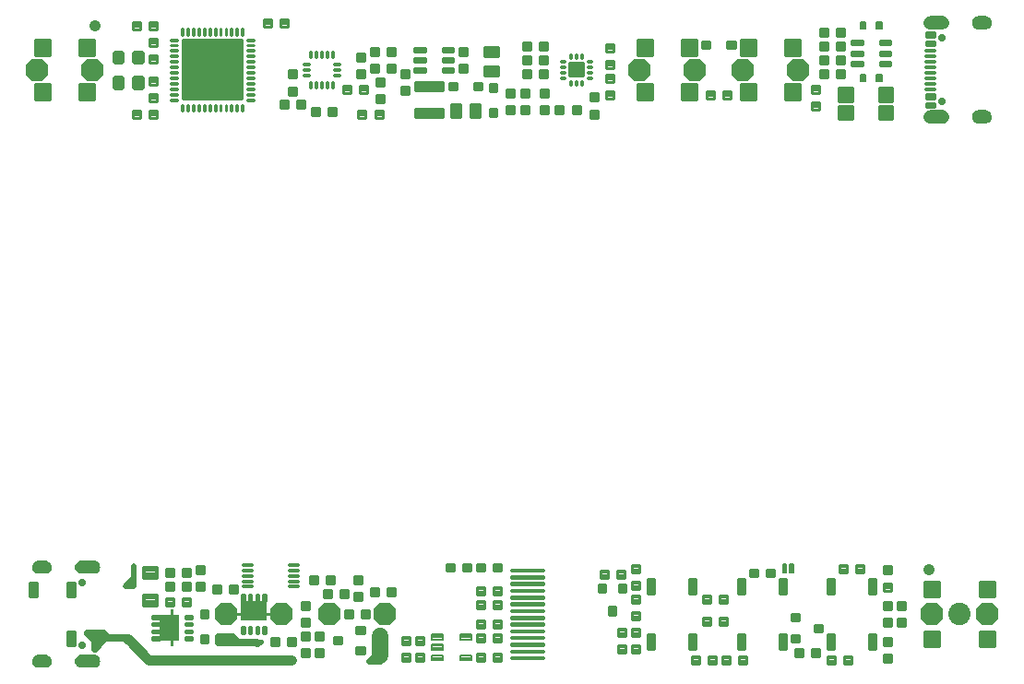
<source format=gbr>
G04 EAGLE Gerber RS-274X export*
G75*
%MOMM*%
%FSLAX34Y34*%
%LPD*%
%INSoldermask Bottom*%
%IPPOS*%
%AMOC8*
5,1,8,0,0,1.08239X$1,22.5*%
G01*
%ADD10C,1.524000*%
%ADD11C,0.914400*%
%ADD12C,0.635000*%
%ADD13C,0.660400*%
%ADD14C,0.558800*%
%ADD15C,0.508000*%
%ADD16C,0.711200*%
%ADD17C,0.406400*%
%ADD18C,0.272541*%
%ADD19C,0.700800*%
%ADD20C,0.216575*%
%ADD21C,0.252447*%
%ADD22C,0.307338*%
%ADD23C,0.246731*%
%ADD24C,0.201747*%
%ADD25C,0.369822*%
%ADD26C,0.243838*%
%ADD27C,0.275731*%
%ADD28C,2.050800*%
%ADD29C,0.280559*%
%ADD30C,0.425194*%
%ADD31P,2.246825X8X112.500000*%
%ADD32C,0.182878*%
%ADD33C,1.050800*%
%ADD34C,0.598416*%
%ADD35C,0.277131*%
%ADD36C,0.339047*%
%ADD37C,0.345181*%
%ADD38C,0.234866*%
%ADD39C,0.421450*%
%ADD40C,0.414550*%
%ADD41C,0.309372*%
%ADD42C,0.340272*%
%ADD43C,0.406222*%
%ADD44C,0.445606*%

G36*
X180878Y150319D02*
X180878Y150319D01*
X180880Y150318D01*
X180923Y150338D01*
X180967Y150356D01*
X180967Y150358D01*
X180969Y150359D01*
X181002Y150444D01*
X181002Y155424D01*
X185610Y155424D01*
X185612Y155425D01*
X185614Y155424D01*
X185657Y155444D01*
X185701Y155462D01*
X185701Y155464D01*
X185703Y155465D01*
X185736Y155550D01*
X185736Y179050D01*
X185735Y179052D01*
X185736Y179054D01*
X185716Y179097D01*
X185698Y179141D01*
X185696Y179141D01*
X185695Y179143D01*
X185610Y179176D01*
X181002Y179176D01*
X181002Y184318D01*
X181001Y184320D01*
X181002Y184322D01*
X180982Y184365D01*
X180964Y184409D01*
X180962Y184409D01*
X180961Y184411D01*
X180876Y184444D01*
X178844Y184444D01*
X178842Y184443D01*
X178840Y184444D01*
X178797Y184424D01*
X178753Y184406D01*
X178753Y184404D01*
X178751Y184403D01*
X178718Y184318D01*
X178718Y179176D01*
X168110Y179176D01*
X168108Y179175D01*
X168106Y179176D01*
X168063Y179156D01*
X168019Y179138D01*
X168019Y179136D01*
X168017Y179135D01*
X167984Y179050D01*
X167984Y155550D01*
X167985Y155548D01*
X167984Y155546D01*
X168004Y155503D01*
X168022Y155459D01*
X168024Y155459D01*
X168025Y155457D01*
X168110Y155424D01*
X178718Y155424D01*
X178718Y150444D01*
X178719Y150442D01*
X178718Y150440D01*
X178738Y150397D01*
X178756Y150353D01*
X178758Y150353D01*
X178759Y150351D01*
X178844Y150318D01*
X180876Y150318D01*
X180878Y150319D01*
G37*
G36*
X266288Y174125D02*
X266288Y174125D01*
X266290Y174124D01*
X266333Y174144D01*
X266377Y174162D01*
X266377Y174164D01*
X266379Y174165D01*
X266412Y174250D01*
X266412Y178858D01*
X271554Y178858D01*
X271556Y178859D01*
X271558Y178858D01*
X271601Y178878D01*
X271645Y178896D01*
X271645Y178898D01*
X271647Y178899D01*
X271680Y178984D01*
X271680Y181016D01*
X271679Y181018D01*
X271680Y181020D01*
X271660Y181063D01*
X271642Y181107D01*
X271640Y181107D01*
X271639Y181109D01*
X271554Y181142D01*
X266412Y181142D01*
X266412Y191750D01*
X266411Y191752D01*
X266412Y191754D01*
X266392Y191797D01*
X266374Y191841D01*
X266372Y191841D01*
X266371Y191843D01*
X266286Y191876D01*
X242786Y191876D01*
X242784Y191875D01*
X242782Y191876D01*
X242739Y191856D01*
X242695Y191838D01*
X242695Y191836D01*
X242693Y191835D01*
X242660Y191750D01*
X242660Y181142D01*
X237680Y181142D01*
X237678Y181141D01*
X237676Y181142D01*
X237633Y181122D01*
X237589Y181104D01*
X237589Y181102D01*
X237587Y181101D01*
X237554Y181016D01*
X237554Y178984D01*
X237555Y178982D01*
X237554Y178980D01*
X237574Y178937D01*
X237592Y178893D01*
X237594Y178893D01*
X237595Y178891D01*
X237680Y178858D01*
X242660Y178858D01*
X242660Y174250D01*
X242661Y174248D01*
X242660Y174246D01*
X242680Y174203D01*
X242698Y174159D01*
X242700Y174159D01*
X242701Y174157D01*
X242786Y174124D01*
X266286Y174124D01*
X266288Y174125D01*
G37*
G36*
X108084Y217154D02*
X108084Y217154D01*
X108087Y217151D01*
X109209Y217306D01*
X109214Y217311D01*
X109218Y217308D01*
X110289Y217679D01*
X110293Y217685D01*
X110298Y217683D01*
X111275Y218256D01*
X111278Y218262D01*
X111283Y218261D01*
X112130Y219014D01*
X112132Y219021D01*
X112137Y219021D01*
X112821Y219924D01*
X112821Y219931D01*
X112826Y219932D01*
X113321Y220951D01*
X113319Y220958D01*
X113324Y220960D01*
X113611Y222057D01*
X113609Y222061D01*
X113611Y222062D01*
X113609Y222064D01*
X113612Y222066D01*
X113679Y223197D01*
X113677Y223201D01*
X113679Y223203D01*
X113612Y224334D01*
X113607Y224339D01*
X113611Y224343D01*
X113324Y225440D01*
X113318Y225444D01*
X113321Y225449D01*
X112826Y226468D01*
X112820Y226471D01*
X112821Y226476D01*
X112137Y227379D01*
X112130Y227381D01*
X112130Y227386D01*
X111283Y228139D01*
X111276Y228139D01*
X111275Y228144D01*
X110298Y228717D01*
X110291Y228716D01*
X110289Y228721D01*
X109218Y229092D01*
X109212Y229089D01*
X109209Y229094D01*
X108087Y229249D01*
X108082Y229246D01*
X108080Y229249D01*
X96080Y229249D01*
X96075Y229246D01*
X96072Y229249D01*
X94805Y229044D01*
X94799Y229038D01*
X94795Y229041D01*
X93605Y228559D01*
X93601Y228552D01*
X93595Y228554D01*
X92542Y227820D01*
X92540Y227812D01*
X92534Y227813D01*
X91671Y226863D01*
X91670Y226854D01*
X91665Y226854D01*
X91035Y225735D01*
X91036Y225727D01*
X91030Y225725D01*
X90665Y224495D01*
X90668Y224487D01*
X90663Y224484D01*
X90581Y223203D01*
X90584Y223199D01*
X90581Y223197D01*
X90663Y221916D01*
X90669Y221910D01*
X90665Y221905D01*
X91030Y220675D01*
X91037Y220670D01*
X91035Y220665D01*
X91665Y219546D01*
X91672Y219543D01*
X91671Y219537D01*
X92534Y218587D01*
X92542Y218586D01*
X92542Y218580D01*
X93595Y217846D01*
X93603Y217846D01*
X93605Y217841D01*
X94795Y217359D01*
X94802Y217361D01*
X94805Y217356D01*
X96072Y217151D01*
X96077Y217154D01*
X96080Y217151D01*
X108080Y217151D01*
X108084Y217154D01*
G37*
G36*
X108084Y130754D02*
X108084Y130754D01*
X108087Y130751D01*
X109209Y130906D01*
X109214Y130911D01*
X109218Y130908D01*
X110289Y131279D01*
X110293Y131285D01*
X110298Y131283D01*
X111275Y131856D01*
X111278Y131862D01*
X111283Y131861D01*
X112130Y132614D01*
X112132Y132621D01*
X112137Y132621D01*
X112821Y133524D01*
X112821Y133531D01*
X112826Y133532D01*
X113321Y134551D01*
X113319Y134558D01*
X113324Y134560D01*
X113611Y135657D01*
X113609Y135661D01*
X113611Y135662D01*
X113609Y135664D01*
X113612Y135666D01*
X113679Y136797D01*
X113677Y136801D01*
X113679Y136803D01*
X113612Y137934D01*
X113607Y137939D01*
X113611Y137943D01*
X113324Y139040D01*
X113318Y139044D01*
X113321Y139049D01*
X112826Y140068D01*
X112820Y140071D01*
X112821Y140076D01*
X112137Y140979D01*
X112130Y140981D01*
X112130Y140986D01*
X111283Y141739D01*
X111276Y141739D01*
X111275Y141744D01*
X110298Y142317D01*
X110291Y142316D01*
X110289Y142321D01*
X109218Y142692D01*
X109212Y142689D01*
X109209Y142694D01*
X108087Y142849D01*
X108082Y142846D01*
X108080Y142849D01*
X96080Y142849D01*
X96075Y142846D01*
X96072Y142849D01*
X94805Y142644D01*
X94799Y142638D01*
X94795Y142641D01*
X93605Y142159D01*
X93601Y142152D01*
X93595Y142154D01*
X92542Y141420D01*
X92540Y141412D01*
X92534Y141413D01*
X91671Y140463D01*
X91670Y140454D01*
X91665Y140454D01*
X91035Y139335D01*
X91036Y139327D01*
X91030Y139325D01*
X90665Y138095D01*
X90668Y138087D01*
X90663Y138084D01*
X90581Y136803D01*
X90584Y136799D01*
X90581Y136797D01*
X90663Y135516D01*
X90669Y135510D01*
X90665Y135505D01*
X91030Y134275D01*
X91037Y134270D01*
X91035Y134265D01*
X91665Y133146D01*
X91672Y133143D01*
X91671Y133137D01*
X92534Y132187D01*
X92542Y132186D01*
X92542Y132180D01*
X93595Y131446D01*
X93603Y131446D01*
X93605Y131441D01*
X94795Y130959D01*
X94802Y130961D01*
X94805Y130956D01*
X96072Y130751D01*
X96077Y130754D01*
X96080Y130751D01*
X108080Y130751D01*
X108084Y130754D01*
G37*
G36*
X887215Y717154D02*
X887215Y717154D01*
X887218Y717151D01*
X888485Y717356D01*
X888491Y717362D01*
X888496Y717359D01*
X889685Y717841D01*
X889689Y717848D01*
X889695Y717846D01*
X890748Y718580D01*
X890750Y718588D01*
X890756Y718587D01*
X891619Y719537D01*
X891620Y719546D01*
X891625Y719546D01*
X892255Y720665D01*
X892254Y720673D01*
X892260Y720675D01*
X892625Y721905D01*
X892622Y721912D01*
X892626Y721915D01*
X892625Y721915D01*
X892627Y721916D01*
X892709Y723197D01*
X892707Y723201D01*
X892709Y723203D01*
X892627Y724484D01*
X892621Y724490D01*
X892625Y724495D01*
X892260Y725725D01*
X892253Y725730D01*
X892255Y725735D01*
X891625Y726854D01*
X891618Y726857D01*
X891619Y726863D01*
X890756Y727813D01*
X890748Y727814D01*
X890748Y727820D01*
X889695Y728554D01*
X889687Y728554D01*
X889685Y728559D01*
X888496Y729041D01*
X888488Y729039D01*
X888485Y729044D01*
X887218Y729249D01*
X887213Y729246D01*
X887210Y729249D01*
X875210Y729249D01*
X875206Y729246D01*
X875203Y729249D01*
X874081Y729094D01*
X874076Y729089D01*
X874072Y729092D01*
X873001Y728721D01*
X872997Y728715D01*
X872992Y728717D01*
X872015Y728144D01*
X872012Y728138D01*
X872007Y728139D01*
X871160Y727386D01*
X871158Y727379D01*
X871153Y727379D01*
X870469Y726476D01*
X870469Y726469D01*
X870464Y726468D01*
X869969Y725449D01*
X869971Y725442D01*
X869969Y725441D01*
X869966Y725440D01*
X869679Y724343D01*
X869682Y724337D01*
X869678Y724334D01*
X869611Y723203D01*
X869613Y723199D01*
X869611Y723197D01*
X869678Y722066D01*
X869683Y722061D01*
X869679Y722057D01*
X869966Y720960D01*
X869972Y720956D01*
X869969Y720951D01*
X870464Y719932D01*
X870470Y719929D01*
X870469Y719924D01*
X871153Y719021D01*
X871160Y719019D01*
X871160Y719014D01*
X872007Y718261D01*
X872014Y718261D01*
X872015Y718256D01*
X872992Y717683D01*
X872999Y717684D01*
X873001Y717679D01*
X874072Y717308D01*
X874078Y717311D01*
X874081Y717306D01*
X875203Y717151D01*
X875208Y717154D01*
X875210Y717151D01*
X887210Y717151D01*
X887215Y717154D01*
G37*
G36*
X887215Y630754D02*
X887215Y630754D01*
X887218Y630751D01*
X888485Y630956D01*
X888491Y630962D01*
X888496Y630959D01*
X889685Y631441D01*
X889689Y631448D01*
X889695Y631446D01*
X890748Y632180D01*
X890750Y632188D01*
X890756Y632187D01*
X891619Y633137D01*
X891620Y633146D01*
X891625Y633146D01*
X892255Y634265D01*
X892254Y634273D01*
X892260Y634275D01*
X892625Y635505D01*
X892622Y635512D01*
X892626Y635515D01*
X892625Y635515D01*
X892627Y635516D01*
X892709Y636797D01*
X892707Y636801D01*
X892709Y636803D01*
X892627Y638084D01*
X892621Y638090D01*
X892625Y638095D01*
X892260Y639325D01*
X892253Y639330D01*
X892255Y639335D01*
X891625Y640454D01*
X891618Y640457D01*
X891619Y640463D01*
X890756Y641413D01*
X890748Y641414D01*
X890748Y641420D01*
X889695Y642154D01*
X889687Y642154D01*
X889685Y642159D01*
X888496Y642641D01*
X888488Y642639D01*
X888485Y642644D01*
X887218Y642849D01*
X887213Y642846D01*
X887210Y642849D01*
X875210Y642849D01*
X875206Y642846D01*
X875203Y642849D01*
X874081Y642694D01*
X874076Y642689D01*
X874072Y642692D01*
X873001Y642321D01*
X872997Y642315D01*
X872992Y642317D01*
X872015Y641744D01*
X872012Y641738D01*
X872007Y641739D01*
X871160Y640986D01*
X871158Y640979D01*
X871153Y640979D01*
X870469Y640076D01*
X870469Y640069D01*
X870464Y640068D01*
X869969Y639049D01*
X869971Y639042D01*
X869969Y639041D01*
X869966Y639040D01*
X869679Y637943D01*
X869682Y637937D01*
X869678Y637934D01*
X869611Y636803D01*
X869613Y636799D01*
X869611Y636797D01*
X869678Y635666D01*
X869683Y635661D01*
X869679Y635657D01*
X869966Y634560D01*
X869972Y634556D01*
X869969Y634551D01*
X870464Y633532D01*
X870470Y633529D01*
X870469Y633524D01*
X871153Y632621D01*
X871160Y632619D01*
X871160Y632614D01*
X872007Y631861D01*
X872014Y631861D01*
X872015Y631856D01*
X872992Y631283D01*
X872999Y631284D01*
X873001Y631279D01*
X874072Y630908D01*
X874078Y630911D01*
X874081Y630906D01*
X875203Y630751D01*
X875208Y630754D01*
X875210Y630751D01*
X887210Y630751D01*
X887215Y630754D01*
G37*
G36*
X926013Y717153D02*
X926013Y717153D01*
X926015Y717151D01*
X927180Y717271D01*
X927186Y717276D01*
X927190Y717273D01*
X928309Y717617D01*
X928313Y717623D01*
X928318Y717621D01*
X929349Y718178D01*
X929352Y718184D01*
X929357Y718183D01*
X930259Y718930D01*
X930261Y718937D01*
X930266Y718937D01*
X931005Y719845D01*
X931005Y719852D01*
X931010Y719853D01*
X931558Y720889D01*
X931557Y720896D01*
X931562Y720897D01*
X931897Y722020D01*
X931895Y722027D01*
X931899Y722029D01*
X932009Y723195D01*
X932005Y723202D01*
X932009Y723205D01*
X931865Y724536D01*
X931859Y724541D01*
X931862Y724546D01*
X931426Y725811D01*
X931419Y725816D01*
X931421Y725821D01*
X930714Y726957D01*
X930706Y726960D01*
X930707Y726966D01*
X929765Y727916D01*
X929757Y727917D01*
X929756Y727922D01*
X928626Y728639D01*
X928618Y728638D01*
X928616Y728644D01*
X927355Y729091D01*
X927348Y729089D01*
X927345Y729094D01*
X926016Y729249D01*
X926012Y729247D01*
X926010Y729249D01*
X920010Y729249D01*
X920007Y729247D01*
X920005Y729249D01*
X918663Y729103D01*
X918657Y729098D01*
X918653Y729101D01*
X917377Y728661D01*
X917373Y728654D01*
X917367Y728656D01*
X916222Y727943D01*
X916219Y727935D01*
X916213Y727936D01*
X915255Y726986D01*
X915254Y726978D01*
X915248Y726977D01*
X914526Y725838D01*
X914526Y725833D01*
X914525Y725832D01*
X914526Y725830D01*
X914521Y725828D01*
X914070Y724557D01*
X914071Y724553D01*
X914069Y724552D01*
X914072Y724548D01*
X914068Y724546D01*
X913911Y723206D01*
X913915Y723199D01*
X913911Y723195D01*
X914032Y722020D01*
X914037Y722015D01*
X914034Y722011D01*
X914381Y720882D01*
X914387Y720878D01*
X914385Y720873D01*
X914946Y719834D01*
X914953Y719831D01*
X914951Y719826D01*
X915704Y718916D01*
X915711Y718914D01*
X915711Y718909D01*
X916627Y718163D01*
X916635Y718163D01*
X916635Y718158D01*
X917679Y717606D01*
X917687Y717607D01*
X917688Y717602D01*
X918820Y717264D01*
X918827Y717266D01*
X918829Y717262D01*
X920005Y717151D01*
X920008Y717153D01*
X920010Y717151D01*
X926010Y717151D01*
X926013Y717153D01*
G37*
G36*
X926013Y630753D02*
X926013Y630753D01*
X926015Y630751D01*
X927180Y630871D01*
X927186Y630876D01*
X927190Y630873D01*
X928309Y631217D01*
X928313Y631223D01*
X928318Y631221D01*
X929349Y631778D01*
X929352Y631784D01*
X929357Y631783D01*
X930259Y632530D01*
X930261Y632537D01*
X930266Y632537D01*
X931005Y633445D01*
X931005Y633452D01*
X931010Y633453D01*
X931558Y634489D01*
X931557Y634496D01*
X931562Y634497D01*
X931897Y635620D01*
X931895Y635627D01*
X931899Y635629D01*
X932009Y636795D01*
X932005Y636802D01*
X932009Y636805D01*
X931865Y638136D01*
X931859Y638141D01*
X931862Y638146D01*
X931426Y639411D01*
X931419Y639416D01*
X931421Y639421D01*
X930714Y640557D01*
X930706Y640560D01*
X930707Y640566D01*
X929765Y641516D01*
X929757Y641517D01*
X929756Y641522D01*
X928626Y642239D01*
X928618Y642238D01*
X928616Y642244D01*
X927355Y642691D01*
X927348Y642689D01*
X927345Y642694D01*
X926016Y642849D01*
X926012Y642847D01*
X926010Y642849D01*
X920010Y642849D01*
X920007Y642847D01*
X920005Y642849D01*
X918663Y642703D01*
X918657Y642698D01*
X918653Y642701D01*
X917377Y642261D01*
X917373Y642254D01*
X917367Y642256D01*
X916222Y641543D01*
X916219Y641535D01*
X916213Y641536D01*
X915255Y640586D01*
X915254Y640578D01*
X915248Y640577D01*
X914526Y639438D01*
X914526Y639433D01*
X914525Y639432D01*
X914526Y639430D01*
X914521Y639428D01*
X914070Y638157D01*
X914071Y638153D01*
X914069Y638152D01*
X914072Y638148D01*
X914068Y638146D01*
X913911Y636806D01*
X913915Y636799D01*
X913911Y636795D01*
X914032Y635620D01*
X914037Y635615D01*
X914034Y635611D01*
X914381Y634482D01*
X914387Y634478D01*
X914385Y634473D01*
X914946Y633434D01*
X914953Y633431D01*
X914951Y633426D01*
X915704Y632516D01*
X915711Y632514D01*
X915711Y632509D01*
X916627Y631763D01*
X916635Y631763D01*
X916635Y631758D01*
X917679Y631206D01*
X917687Y631207D01*
X917688Y631202D01*
X918820Y630864D01*
X918827Y630866D01*
X918829Y630862D01*
X920005Y630751D01*
X920008Y630753D01*
X920010Y630751D01*
X926010Y630751D01*
X926013Y630753D01*
G37*
G36*
X63283Y217153D02*
X63283Y217153D01*
X63285Y217151D01*
X64461Y217262D01*
X64466Y217267D01*
X64470Y217264D01*
X65602Y217602D01*
X65606Y217608D01*
X65611Y217606D01*
X66655Y218158D01*
X66658Y218165D01*
X66663Y218163D01*
X67579Y218909D01*
X67580Y218916D01*
X67586Y218916D01*
X68339Y219826D01*
X68339Y219833D01*
X68344Y219834D01*
X68905Y220873D01*
X68904Y220878D01*
X68908Y220880D01*
X68907Y220881D01*
X68909Y220882D01*
X69256Y222011D01*
X69256Y222012D01*
X69257Y222013D01*
X69254Y222017D01*
X69258Y222020D01*
X69379Y223195D01*
X69375Y223202D01*
X69379Y223206D01*
X69222Y224546D01*
X69217Y224552D01*
X69220Y224557D01*
X68769Y225828D01*
X68762Y225833D01*
X68764Y225838D01*
X68042Y226977D01*
X68034Y226980D01*
X68035Y226986D01*
X67077Y227936D01*
X67069Y227937D01*
X67068Y227943D01*
X65923Y228656D01*
X65915Y228655D01*
X65913Y228661D01*
X64637Y229101D01*
X64630Y229099D01*
X64627Y229103D01*
X63285Y229249D01*
X63282Y229247D01*
X63280Y229249D01*
X57280Y229249D01*
X57277Y229247D01*
X57274Y229249D01*
X55945Y229094D01*
X55939Y229088D01*
X55935Y229091D01*
X54674Y228644D01*
X54669Y228637D01*
X54664Y228639D01*
X53534Y227922D01*
X53531Y227915D01*
X53525Y227916D01*
X52583Y226966D01*
X52582Y226957D01*
X52576Y226957D01*
X51869Y225821D01*
X51870Y225813D01*
X51864Y225811D01*
X51428Y224546D01*
X51430Y224538D01*
X51425Y224536D01*
X51281Y223205D01*
X51285Y223199D01*
X51281Y223195D01*
X51391Y222029D01*
X51396Y222024D01*
X51393Y222020D01*
X51728Y220897D01*
X51734Y220893D01*
X51732Y220889D01*
X52280Y219853D01*
X52286Y219850D01*
X52285Y219845D01*
X53024Y218937D01*
X53031Y218935D01*
X53031Y218930D01*
X53933Y218183D01*
X53941Y218183D01*
X53941Y218178D01*
X54972Y217621D01*
X54979Y217622D01*
X54981Y217617D01*
X56100Y217273D01*
X56107Y217275D01*
X56110Y217271D01*
X57275Y217151D01*
X57278Y217153D01*
X57280Y217151D01*
X63280Y217151D01*
X63283Y217153D01*
G37*
G36*
X63283Y130753D02*
X63283Y130753D01*
X63285Y130751D01*
X64461Y130862D01*
X64466Y130867D01*
X64470Y130864D01*
X65602Y131202D01*
X65606Y131208D01*
X65611Y131206D01*
X66655Y131758D01*
X66658Y131765D01*
X66663Y131763D01*
X67579Y132509D01*
X67580Y132516D01*
X67586Y132516D01*
X68339Y133426D01*
X68339Y133433D01*
X68344Y133434D01*
X68905Y134473D01*
X68904Y134478D01*
X68908Y134480D01*
X68907Y134481D01*
X68909Y134482D01*
X69256Y135611D01*
X69256Y135612D01*
X69257Y135613D01*
X69254Y135617D01*
X69258Y135620D01*
X69379Y136795D01*
X69375Y136802D01*
X69379Y136806D01*
X69222Y138146D01*
X69217Y138152D01*
X69220Y138157D01*
X68769Y139428D01*
X68762Y139433D01*
X68764Y139438D01*
X68042Y140577D01*
X68034Y140580D01*
X68035Y140586D01*
X67077Y141536D01*
X67069Y141537D01*
X67068Y141543D01*
X65923Y142256D01*
X65915Y142255D01*
X65913Y142261D01*
X64637Y142701D01*
X64630Y142699D01*
X64627Y142703D01*
X63285Y142849D01*
X63282Y142847D01*
X63280Y142849D01*
X57280Y142849D01*
X57277Y142847D01*
X57274Y142849D01*
X55945Y142694D01*
X55939Y142688D01*
X55935Y142691D01*
X54674Y142244D01*
X54669Y142237D01*
X54664Y142239D01*
X53534Y141522D01*
X53531Y141515D01*
X53525Y141516D01*
X52583Y140566D01*
X52582Y140557D01*
X52576Y140557D01*
X51869Y139421D01*
X51870Y139413D01*
X51864Y139411D01*
X51428Y138146D01*
X51430Y138138D01*
X51425Y138136D01*
X51281Y136805D01*
X51285Y136799D01*
X51281Y136795D01*
X51391Y135629D01*
X51396Y135624D01*
X51393Y135620D01*
X51728Y134497D01*
X51734Y134493D01*
X51732Y134489D01*
X52280Y133453D01*
X52286Y133450D01*
X52285Y133445D01*
X53024Y132537D01*
X53031Y132535D01*
X53031Y132530D01*
X53933Y131783D01*
X53941Y131783D01*
X53941Y131778D01*
X54972Y131221D01*
X54979Y131222D01*
X54981Y131217D01*
X56100Y130873D01*
X56107Y130875D01*
X56110Y130871D01*
X57275Y130751D01*
X57278Y130753D01*
X57280Y130751D01*
X63280Y130751D01*
X63283Y130753D01*
G37*
D10*
X370360Y159680D02*
X370360Y141900D01*
D11*
X289080Y138090D02*
X158270Y138090D01*
X139220Y157140D01*
D12*
X116360Y162220D02*
X102390Y162220D01*
X108740Y148250D02*
X118900Y159680D01*
X108740Y157140D02*
X108740Y148250D01*
X108740Y157140D02*
X107470Y157140D01*
X102390Y162220D01*
X116360Y162220D02*
X118900Y159680D01*
D13*
X108740Y158410D02*
X135410Y158410D01*
X139220Y158410D01*
D14*
X139220Y154600D02*
X135410Y158410D01*
X360200Y136820D02*
X370360Y136820D01*
X366550Y143170D02*
X360200Y136820D01*
D15*
X144554Y213020D02*
X144554Y224196D01*
X144554Y213020D02*
X144554Y205400D01*
X136934Y205400D01*
X144554Y213020D01*
D16*
X240312Y153584D02*
X257076Y153584D01*
X240312Y153584D02*
X235232Y158664D01*
X222024Y158664D01*
X222024Y153584D01*
X240312Y153584D01*
D17*
X254536Y155108D02*
X261140Y155108D01*
X258092Y152060D01*
X257076Y152060D01*
D18*
X839787Y142697D02*
X839787Y136023D01*
X833113Y136023D01*
X833113Y142697D01*
X839787Y142697D01*
X839787Y138612D02*
X833113Y138612D01*
X833113Y141201D02*
X839787Y141201D01*
X839787Y151263D02*
X839787Y157937D01*
X839787Y151263D02*
X833113Y151263D01*
X833113Y157937D01*
X839787Y157937D01*
X839787Y153852D02*
X833113Y153852D01*
X833113Y156441D02*
X839787Y156441D01*
X678497Y141427D02*
X671823Y141427D01*
X678497Y141427D02*
X678497Y134753D01*
X671823Y134753D01*
X671823Y141427D01*
X671823Y137342D02*
X678497Y137342D01*
X678497Y139931D02*
X671823Y139931D01*
X663257Y141427D02*
X656583Y141427D01*
X663257Y141427D02*
X663257Y134753D01*
X656583Y134753D01*
X656583Y141427D01*
X656583Y137342D02*
X663257Y137342D01*
X663257Y139931D02*
X656583Y139931D01*
X684523Y134753D02*
X691197Y134753D01*
X684523Y134753D02*
X684523Y141427D01*
X691197Y141427D01*
X691197Y134753D01*
X691197Y137342D02*
X684523Y137342D01*
X684523Y139931D02*
X691197Y139931D01*
X699763Y134753D02*
X706437Y134753D01*
X699763Y134753D02*
X699763Y141427D01*
X706437Y141427D01*
X706437Y134753D01*
X706437Y137342D02*
X699763Y137342D01*
X699763Y139931D02*
X706437Y139931D01*
X725163Y221183D02*
X731837Y221183D01*
X731837Y214509D01*
X725163Y214509D01*
X725163Y221183D01*
X725163Y217098D02*
X731837Y217098D01*
X731837Y219687D02*
X725163Y219687D01*
X716597Y221183D02*
X709923Y221183D01*
X716597Y221183D02*
X716597Y214509D01*
X709923Y214509D01*
X709923Y221183D01*
X709923Y217098D02*
X716597Y217098D01*
X716597Y219687D02*
X709923Y219687D01*
X833113Y224357D02*
X839787Y224357D01*
X839787Y217683D01*
X833113Y217683D01*
X833113Y224357D01*
X833113Y220272D02*
X839787Y220272D01*
X839787Y222861D02*
X833113Y222861D01*
X833113Y208357D02*
X839787Y208357D01*
X839787Y201683D01*
X833113Y201683D01*
X833113Y208357D01*
X833113Y204272D02*
X839787Y204272D01*
X839787Y206861D02*
X833113Y206861D01*
D19*
X96830Y208900D03*
X96830Y151100D03*
D18*
X474973Y226263D02*
X481647Y226263D01*
X481647Y219589D01*
X474973Y219589D01*
X474973Y226263D01*
X474973Y222178D02*
X481647Y222178D01*
X481647Y224767D02*
X474973Y224767D01*
X466407Y226263D02*
X459733Y226263D01*
X466407Y226263D02*
X466407Y219589D01*
X459733Y219589D01*
X459733Y226263D01*
X459733Y222178D02*
X466407Y222178D01*
X466407Y224767D02*
X459733Y224767D01*
X453707Y226263D02*
X447033Y226263D01*
X453707Y226263D02*
X453707Y219589D01*
X447033Y219589D01*
X447033Y226263D01*
X447033Y222178D02*
X453707Y222178D01*
X453707Y224767D02*
X447033Y224767D01*
X438467Y226263D02*
X431793Y226263D01*
X438467Y226263D02*
X438467Y219589D01*
X431793Y219589D01*
X431793Y226263D01*
X431793Y222178D02*
X438467Y222178D01*
X438467Y224767D02*
X431793Y224767D01*
X459733Y198253D02*
X466407Y198253D01*
X459733Y198253D02*
X459733Y204927D01*
X466407Y204927D01*
X466407Y198253D01*
X466407Y200842D02*
X459733Y200842D01*
X459733Y203431D02*
X466407Y203431D01*
X474973Y198253D02*
X481647Y198253D01*
X474973Y198253D02*
X474973Y204927D01*
X481647Y204927D01*
X481647Y198253D01*
X481647Y200842D02*
X474973Y200842D01*
X474973Y203431D02*
X481647Y203431D01*
X466407Y185553D02*
X459733Y185553D01*
X459733Y192227D01*
X466407Y192227D01*
X466407Y185553D01*
X466407Y188142D02*
X459733Y188142D01*
X459733Y190731D02*
X466407Y190731D01*
X474973Y185553D02*
X481647Y185553D01*
X474973Y185553D02*
X474973Y192227D01*
X481647Y192227D01*
X481647Y185553D01*
X481647Y188142D02*
X474973Y188142D01*
X474973Y190731D02*
X481647Y190731D01*
X466407Y167773D02*
X459733Y167773D01*
X459733Y174447D01*
X466407Y174447D01*
X466407Y167773D01*
X466407Y170362D02*
X459733Y170362D01*
X459733Y172951D02*
X466407Y172951D01*
X474973Y167773D02*
X481647Y167773D01*
X474973Y167773D02*
X474973Y174447D01*
X481647Y174447D01*
X481647Y167773D01*
X481647Y170362D02*
X474973Y170362D01*
X474973Y172951D02*
X481647Y172951D01*
X589273Y166827D02*
X589273Y160153D01*
X589273Y166827D02*
X595947Y166827D01*
X595947Y160153D01*
X589273Y160153D01*
X589273Y162742D02*
X595947Y162742D01*
X595947Y165331D02*
X589273Y165331D01*
X589273Y151587D02*
X589273Y144913D01*
X589273Y151587D02*
X595947Y151587D01*
X595947Y144913D01*
X589273Y144913D01*
X589273Y147502D02*
X595947Y147502D01*
X595947Y150091D02*
X589273Y150091D01*
X601973Y160153D02*
X601973Y166827D01*
X608647Y166827D01*
X608647Y160153D01*
X601973Y160153D01*
X601973Y162742D02*
X608647Y162742D01*
X608647Y165331D02*
X601973Y165331D01*
X601973Y151587D02*
X601973Y144913D01*
X601973Y151587D02*
X608647Y151587D01*
X608647Y144913D01*
X601973Y144913D01*
X601973Y147502D02*
X608647Y147502D01*
X608647Y150091D02*
X601973Y150091D01*
D20*
X286990Y225139D02*
X286990Y225981D01*
X295332Y225981D01*
X295332Y225139D01*
X286990Y225139D01*
X286990Y220981D02*
X286990Y220139D01*
X286990Y220981D02*
X295332Y220981D01*
X295332Y220139D01*
X286990Y220139D01*
X286990Y215981D02*
X286990Y215139D01*
X286990Y215981D02*
X295332Y215981D01*
X295332Y215139D01*
X286990Y215139D01*
X286990Y210981D02*
X286990Y210139D01*
X286990Y210981D02*
X295332Y210981D01*
X295332Y210139D01*
X286990Y210139D01*
X286990Y205981D02*
X286990Y205139D01*
X286990Y205981D02*
X295332Y205981D01*
X295332Y205139D01*
X286990Y205139D01*
X253070Y205139D02*
X253070Y205981D01*
X253070Y205139D02*
X244728Y205139D01*
X244728Y205981D01*
X253070Y205981D01*
X253070Y210139D02*
X253070Y210981D01*
X253070Y210139D02*
X244728Y210139D01*
X244728Y210981D01*
X253070Y210981D01*
X253070Y215139D02*
X253070Y215981D01*
X253070Y215139D02*
X244728Y215139D01*
X244728Y215981D01*
X253070Y215981D01*
X253070Y220139D02*
X253070Y220981D01*
X253070Y220139D02*
X244728Y220139D01*
X244728Y220981D01*
X253070Y220981D01*
X253070Y225139D02*
X253070Y225981D01*
X253070Y225139D02*
X244728Y225139D01*
X244728Y225981D01*
X253070Y225981D01*
D18*
X271011Y151263D02*
X277685Y151263D01*
X271011Y151263D02*
X271011Y157937D01*
X277685Y157937D01*
X277685Y151263D01*
X277685Y153852D02*
X271011Y153852D01*
X271011Y156441D02*
X277685Y156441D01*
X286251Y151263D02*
X292925Y151263D01*
X286251Y151263D02*
X286251Y157937D01*
X292925Y157937D01*
X292925Y151263D01*
X292925Y153852D02*
X286251Y153852D01*
X286251Y156441D02*
X292925Y156441D01*
X195897Y221437D02*
X189223Y221437D01*
X195897Y221437D02*
X195897Y214763D01*
X189223Y214763D01*
X189223Y221437D01*
X189223Y217352D02*
X195897Y217352D01*
X195897Y219941D02*
X189223Y219941D01*
X180657Y221437D02*
X173983Y221437D01*
X180657Y221437D02*
X180657Y214763D01*
X173983Y214763D01*
X173983Y221437D01*
X173983Y217352D02*
X180657Y217352D01*
X180657Y219941D02*
X173983Y219941D01*
X201923Y217303D02*
X201923Y223977D01*
X208597Y223977D01*
X208597Y217303D01*
X201923Y217303D01*
X201923Y219892D02*
X208597Y219892D01*
X208597Y222481D02*
X201923Y222481D01*
X201923Y208737D02*
X201923Y202063D01*
X201923Y208737D02*
X208597Y208737D01*
X208597Y202063D01*
X201923Y202063D01*
X201923Y204652D02*
X208597Y204652D01*
X208597Y207241D02*
X201923Y207241D01*
X195897Y208737D02*
X189223Y208737D01*
X195897Y208737D02*
X195897Y202063D01*
X189223Y202063D01*
X189223Y208737D01*
X189223Y204652D02*
X195897Y204652D01*
X195897Y207241D02*
X189223Y207241D01*
X180657Y208737D02*
X173983Y208737D01*
X180657Y208737D02*
X180657Y202063D01*
X173983Y202063D01*
X173983Y208737D01*
X173983Y204652D02*
X180657Y204652D01*
X180657Y207241D02*
X173983Y207241D01*
X232403Y206197D02*
X239077Y206197D01*
X239077Y199523D01*
X232403Y199523D01*
X232403Y206197D01*
X232403Y202112D02*
X239077Y202112D01*
X239077Y204701D02*
X232403Y204701D01*
X223837Y206197D02*
X217163Y206197D01*
X223837Y206197D02*
X223837Y199523D01*
X217163Y199523D01*
X217163Y206197D01*
X217163Y202112D02*
X223837Y202112D01*
X223837Y204701D02*
X217163Y204701D01*
D21*
X265278Y167992D02*
X265278Y162008D01*
X263294Y162008D01*
X263294Y167992D01*
X265278Y167992D01*
X265278Y164406D02*
X263294Y164406D01*
X263294Y166804D02*
X265278Y166804D01*
X258778Y167992D02*
X258778Y162008D01*
X256794Y162008D01*
X256794Y167992D01*
X258778Y167992D01*
X258778Y164406D02*
X256794Y164406D01*
X256794Y166804D02*
X258778Y166804D01*
X252278Y167992D02*
X252278Y162008D01*
X250294Y162008D01*
X250294Y167992D01*
X252278Y167992D01*
X252278Y164406D02*
X250294Y164406D01*
X250294Y166804D02*
X252278Y166804D01*
X245778Y167992D02*
X245778Y162008D01*
X243794Y162008D01*
X243794Y167992D01*
X245778Y167992D01*
X245778Y164406D02*
X243794Y164406D01*
X243794Y166804D02*
X245778Y166804D01*
X245778Y192008D02*
X245778Y197992D01*
X245778Y192008D02*
X243794Y192008D01*
X243794Y197992D01*
X245778Y197992D01*
X245778Y194406D02*
X243794Y194406D01*
X243794Y196804D02*
X245778Y196804D01*
X252278Y197992D02*
X252278Y192008D01*
X250294Y192008D01*
X250294Y197992D01*
X252278Y197992D01*
X252278Y194406D02*
X250294Y194406D01*
X250294Y196804D02*
X252278Y196804D01*
X258778Y197992D02*
X258778Y192008D01*
X256794Y192008D01*
X256794Y197992D01*
X258778Y197992D01*
X258778Y194406D02*
X256794Y194406D01*
X256794Y196804D02*
X258778Y196804D01*
X265278Y197992D02*
X265278Y192008D01*
X263294Y192008D01*
X263294Y197992D01*
X265278Y197992D01*
X265278Y194406D02*
X263294Y194406D01*
X263294Y196804D02*
X265278Y196804D01*
D22*
X255794Y181258D02*
X255794Y178742D01*
X253278Y178742D01*
X253278Y181258D01*
X255794Y181258D01*
D23*
X755295Y160821D02*
X755295Y154779D01*
X748253Y154779D01*
X748253Y160821D01*
X755295Y160821D01*
X755295Y157123D02*
X748253Y157123D01*
X748253Y159467D02*
X755295Y159467D01*
X755295Y173779D02*
X755295Y179821D01*
X755295Y173779D02*
X748253Y173779D01*
X748253Y179821D01*
X755295Y179821D01*
X755295Y176123D02*
X748253Y176123D01*
X748253Y178467D02*
X755295Y178467D01*
X776295Y170321D02*
X776295Y164279D01*
X769253Y164279D01*
X769253Y170321D01*
X776295Y170321D01*
X776295Y166623D02*
X769253Y166623D01*
X769253Y168967D02*
X776295Y168967D01*
D18*
X792473Y218573D02*
X799147Y218573D01*
X792473Y218573D02*
X792473Y225247D01*
X799147Y225247D01*
X799147Y218573D01*
X799147Y221162D02*
X792473Y221162D01*
X792473Y223751D02*
X799147Y223751D01*
X807713Y218573D02*
X814387Y218573D01*
X807713Y218573D02*
X807713Y225247D01*
X814387Y225247D01*
X814387Y218573D01*
X814387Y221162D02*
X807713Y221162D01*
X807713Y223751D02*
X814387Y223751D01*
X758507Y141103D02*
X751833Y141103D01*
X751833Y147777D01*
X758507Y147777D01*
X758507Y141103D01*
X758507Y143692D02*
X751833Y143692D01*
X751833Y146281D02*
X758507Y146281D01*
X767073Y141103D02*
X773747Y141103D01*
X767073Y141103D02*
X767073Y147777D01*
X773747Y147777D01*
X773747Y141103D01*
X773747Y143692D02*
X767073Y143692D01*
X767073Y146281D02*
X773747Y146281D01*
D24*
X454706Y142266D02*
X454706Y137774D01*
X444214Y137774D01*
X444214Y142266D01*
X454706Y142266D01*
X454706Y139690D02*
X444214Y139690D01*
X444214Y141606D02*
X454706Y141606D01*
X454706Y156774D02*
X454706Y161266D01*
X454706Y156774D02*
X444214Y156774D01*
X444214Y161266D01*
X454706Y161266D01*
X454706Y158690D02*
X444214Y158690D01*
X444214Y160606D02*
X454706Y160606D01*
X428586Y142266D02*
X428586Y137774D01*
X418094Y137774D01*
X418094Y142266D01*
X428586Y142266D01*
X428586Y139690D02*
X418094Y139690D01*
X418094Y141606D02*
X428586Y141606D01*
X428586Y147274D02*
X428586Y151766D01*
X428586Y147274D02*
X418094Y147274D01*
X418094Y151766D01*
X428586Y151766D01*
X428586Y149190D02*
X418094Y149190D01*
X418094Y151106D02*
X428586Y151106D01*
X428586Y156774D02*
X428586Y161266D01*
X428586Y156774D02*
X418094Y156774D01*
X418094Y161266D01*
X428586Y161266D01*
X428586Y158690D02*
X418094Y158690D01*
X418094Y160606D02*
X428586Y160606D01*
D18*
X340677Y202133D02*
X334003Y202133D01*
X340677Y202133D02*
X340677Y195459D01*
X334003Y195459D01*
X334003Y202133D01*
X334003Y198048D02*
X340677Y198048D01*
X340677Y200637D02*
X334003Y200637D01*
X325437Y202133D02*
X318763Y202133D01*
X325437Y202133D02*
X325437Y195459D01*
X318763Y195459D01*
X318763Y202133D01*
X318763Y198048D02*
X325437Y198048D01*
X325437Y200637D02*
X318763Y200637D01*
X346703Y208159D02*
X346703Y214833D01*
X353377Y214833D01*
X353377Y208159D01*
X346703Y208159D01*
X346703Y210748D02*
X353377Y210748D01*
X353377Y213337D02*
X346703Y213337D01*
X346703Y199593D02*
X346703Y192919D01*
X346703Y199593D02*
X353377Y199593D01*
X353377Y192919D01*
X346703Y192919D01*
X346703Y195508D02*
X353377Y195508D01*
X353377Y198097D02*
X346703Y198097D01*
X305625Y175717D02*
X305625Y169043D01*
X298951Y169043D01*
X298951Y175717D01*
X305625Y175717D01*
X305625Y171632D02*
X298951Y171632D01*
X298951Y174221D02*
X305625Y174221D01*
X305625Y184283D02*
X305625Y190957D01*
X305625Y184283D02*
X298951Y184283D01*
X298951Y190957D01*
X305625Y190957D01*
X305625Y186872D02*
X298951Y186872D01*
X298951Y189461D02*
X305625Y189461D01*
X397827Y143967D02*
X397827Y137293D01*
X391153Y137293D01*
X391153Y143967D01*
X397827Y143967D01*
X397827Y139882D02*
X391153Y139882D01*
X391153Y142471D02*
X397827Y142471D01*
X397827Y152533D02*
X397827Y159207D01*
X397827Y152533D02*
X391153Y152533D01*
X391153Y159207D01*
X397827Y159207D01*
X397827Y155122D02*
X391153Y155122D01*
X391153Y157711D02*
X397827Y157711D01*
X410527Y143967D02*
X410527Y137293D01*
X403853Y137293D01*
X403853Y143967D01*
X410527Y143967D01*
X410527Y139882D02*
X403853Y139882D01*
X403853Y142471D02*
X410527Y142471D01*
X410527Y152533D02*
X410527Y159207D01*
X410527Y152533D02*
X403853Y152533D01*
X403853Y159207D01*
X410527Y159207D01*
X410527Y155122D02*
X403853Y155122D01*
X403853Y157711D02*
X410527Y157711D01*
D23*
X212091Y160591D02*
X212091Y153549D01*
X206049Y153549D01*
X206049Y160591D01*
X212091Y160591D01*
X212091Y155893D02*
X206049Y155893D01*
X206049Y158237D02*
X212091Y158237D01*
X212091Y160581D02*
X206049Y160581D01*
X212091Y176549D02*
X212091Y183591D01*
X212091Y176549D02*
X206049Y176549D01*
X206049Y183591D01*
X212091Y183591D01*
X212091Y178893D02*
X206049Y178893D01*
X206049Y181237D02*
X212091Y181237D01*
X212091Y183581D02*
X206049Y183581D01*
D25*
X165565Y187945D02*
X165565Y197455D01*
X165565Y187945D02*
X153515Y187945D01*
X153515Y197455D01*
X165565Y197455D01*
X165565Y191458D02*
X153515Y191458D01*
X153515Y194971D02*
X165565Y194971D01*
X165565Y213345D02*
X165565Y222855D01*
X165565Y213345D02*
X153515Y213345D01*
X153515Y222855D01*
X165565Y222855D01*
X165565Y216858D02*
X153515Y216858D01*
X153515Y220371D02*
X165565Y220371D01*
D18*
X796283Y141427D02*
X802957Y141427D01*
X802957Y134753D01*
X796283Y134753D01*
X796283Y141427D01*
X796283Y137342D02*
X802957Y137342D01*
X802957Y139931D02*
X796283Y139931D01*
X787717Y141427D02*
X781043Y141427D01*
X787717Y141427D02*
X787717Y134753D01*
X781043Y134753D01*
X781043Y141427D01*
X781043Y137342D02*
X787717Y137342D01*
X787717Y139931D02*
X781043Y139931D01*
D26*
X660225Y147945D02*
X654535Y147945D01*
X654535Y161255D01*
X660225Y161255D01*
X660225Y147945D01*
X660225Y150261D02*
X654535Y150261D01*
X654535Y152577D02*
X660225Y152577D01*
X660225Y154893D02*
X654535Y154893D01*
X654535Y157209D02*
X660225Y157209D01*
X660225Y159525D02*
X654535Y159525D01*
X654535Y198745D02*
X660225Y198745D01*
X654535Y198745D02*
X654535Y212055D01*
X660225Y212055D01*
X660225Y198745D01*
X660225Y201061D02*
X654535Y201061D01*
X654535Y203377D02*
X660225Y203377D01*
X660225Y205693D02*
X654535Y205693D01*
X654535Y208009D02*
X660225Y208009D01*
X660225Y210325D02*
X654535Y210325D01*
X622125Y147945D02*
X616435Y147945D01*
X616435Y161255D01*
X622125Y161255D01*
X622125Y147945D01*
X622125Y150261D02*
X616435Y150261D01*
X616435Y152577D02*
X622125Y152577D01*
X622125Y154893D02*
X616435Y154893D01*
X616435Y157209D02*
X622125Y157209D01*
X622125Y159525D02*
X616435Y159525D01*
X616435Y198745D02*
X622125Y198745D01*
X616435Y198745D02*
X616435Y212055D01*
X622125Y212055D01*
X622125Y198745D01*
X622125Y201061D02*
X616435Y201061D01*
X616435Y203377D02*
X622125Y203377D01*
X622125Y205693D02*
X616435Y205693D01*
X616435Y208009D02*
X622125Y208009D01*
X622125Y210325D02*
X616435Y210325D01*
X781535Y212055D02*
X787225Y212055D01*
X787225Y198745D01*
X781535Y198745D01*
X781535Y212055D01*
X781535Y201061D02*
X787225Y201061D01*
X787225Y203377D02*
X781535Y203377D01*
X781535Y205693D02*
X787225Y205693D01*
X787225Y208009D02*
X781535Y208009D01*
X781535Y210325D02*
X787225Y210325D01*
X787225Y161255D02*
X781535Y161255D01*
X787225Y161255D02*
X787225Y147945D01*
X781535Y147945D01*
X781535Y161255D01*
X781535Y150261D02*
X787225Y150261D01*
X787225Y152577D02*
X781535Y152577D01*
X781535Y154893D02*
X787225Y154893D01*
X787225Y157209D02*
X781535Y157209D01*
X781535Y159525D02*
X787225Y159525D01*
X819635Y212055D02*
X825325Y212055D01*
X825325Y198745D01*
X819635Y198745D01*
X819635Y212055D01*
X819635Y201061D02*
X825325Y201061D01*
X825325Y203377D02*
X819635Y203377D01*
X819635Y205693D02*
X825325Y205693D01*
X825325Y208009D02*
X819635Y208009D01*
X819635Y210325D02*
X825325Y210325D01*
X825325Y161255D02*
X819635Y161255D01*
X825325Y161255D02*
X825325Y147945D01*
X819635Y147945D01*
X819635Y161255D01*
X819635Y150261D02*
X825325Y150261D01*
X825325Y152577D02*
X819635Y152577D01*
X819635Y154893D02*
X825325Y154893D01*
X825325Y157209D02*
X819635Y157209D01*
X819635Y159525D02*
X825325Y159525D01*
D21*
X197852Y178042D02*
X191868Y178042D01*
X197852Y178042D02*
X197852Y176058D01*
X191868Y176058D01*
X191868Y178042D01*
X191868Y171542D02*
X197852Y171542D01*
X197852Y169558D01*
X191868Y169558D01*
X191868Y171542D01*
X191868Y165042D02*
X197852Y165042D01*
X197852Y163058D01*
X191868Y163058D01*
X191868Y165042D01*
X191868Y158542D02*
X197852Y158542D01*
X197852Y156558D01*
X191868Y156558D01*
X191868Y158542D01*
X167852Y158542D02*
X161868Y158542D01*
X167852Y158542D02*
X167852Y156558D01*
X161868Y156558D01*
X161868Y158542D01*
X161868Y165042D02*
X167852Y165042D01*
X167852Y163058D01*
X161868Y163058D01*
X161868Y165042D01*
X161868Y171542D02*
X167852Y171542D01*
X167852Y169558D01*
X161868Y169558D01*
X161868Y171542D01*
X161868Y178042D02*
X167852Y178042D01*
X167852Y176058D01*
X161868Y176058D01*
X161868Y178042D01*
D22*
X178602Y168558D02*
X181118Y168558D01*
X181118Y166042D01*
X178602Y166042D01*
X178602Y168558D01*
D18*
X180657Y188093D02*
X173983Y188093D01*
X173983Y194767D01*
X180657Y194767D01*
X180657Y188093D01*
X180657Y190682D02*
X173983Y190682D01*
X173983Y193271D02*
X180657Y193271D01*
X189223Y188093D02*
X195897Y188093D01*
X189223Y188093D02*
X189223Y194767D01*
X195897Y194767D01*
X195897Y188093D01*
X195897Y190682D02*
X189223Y190682D01*
X189223Y193271D02*
X195897Y193271D01*
D23*
X348899Y168391D02*
X348899Y162349D01*
X348899Y168391D02*
X355941Y168391D01*
X355941Y162349D01*
X348899Y162349D01*
X348899Y164693D02*
X355941Y164693D01*
X355941Y167037D02*
X348899Y167037D01*
X348899Y149391D02*
X348899Y143349D01*
X348899Y149391D02*
X355941Y149391D01*
X355941Y143349D01*
X348899Y143349D01*
X348899Y145693D02*
X355941Y145693D01*
X355941Y148037D02*
X348899Y148037D01*
X327899Y152849D02*
X327899Y158891D01*
X334941Y158891D01*
X334941Y152849D01*
X327899Y152849D01*
X327899Y155193D02*
X334941Y155193D01*
X334941Y157537D02*
X327899Y157537D01*
D18*
X353815Y183337D02*
X360489Y183337D01*
X360489Y176663D01*
X353815Y176663D01*
X353815Y183337D01*
X353815Y179252D02*
X360489Y179252D01*
X360489Y181841D02*
X353815Y181841D01*
X345249Y183337D02*
X338575Y183337D01*
X345249Y183337D02*
X345249Y176663D01*
X338575Y176663D01*
X338575Y183337D01*
X338575Y179252D02*
X345249Y179252D01*
X345249Y181841D02*
X338575Y181841D01*
X318325Y147777D02*
X318325Y141103D01*
X311651Y141103D01*
X311651Y147777D01*
X318325Y147777D01*
X318325Y143692D02*
X311651Y143692D01*
X311651Y146281D02*
X318325Y146281D01*
X318325Y156343D02*
X318325Y163017D01*
X318325Y156343D02*
X311651Y156343D01*
X311651Y163017D01*
X318325Y163017D01*
X318325Y158932D02*
X311651Y158932D01*
X311651Y161521D02*
X318325Y161521D01*
X305625Y147777D02*
X305625Y141103D01*
X298951Y141103D01*
X298951Y147777D01*
X305625Y147777D01*
X305625Y143692D02*
X298951Y143692D01*
X298951Y146281D02*
X305625Y146281D01*
X305625Y156343D02*
X305625Y163017D01*
X305625Y156343D02*
X298951Y156343D01*
X298951Y163017D01*
X305625Y163017D01*
X305625Y158932D02*
X298951Y158932D01*
X298951Y161521D02*
X305625Y161521D01*
X361943Y196983D02*
X368617Y196983D01*
X361943Y196983D02*
X361943Y203657D01*
X368617Y203657D01*
X368617Y196983D01*
X368617Y199572D02*
X361943Y199572D01*
X361943Y202161D02*
X368617Y202161D01*
X377183Y196983D02*
X383857Y196983D01*
X377183Y196983D02*
X377183Y203657D01*
X383857Y203657D01*
X383857Y196983D01*
X383857Y199572D02*
X377183Y199572D01*
X377183Y202161D02*
X383857Y202161D01*
X327977Y214833D02*
X321303Y214833D01*
X327977Y214833D02*
X327977Y208159D01*
X321303Y208159D01*
X321303Y214833D01*
X321303Y210748D02*
X327977Y210748D01*
X327977Y213337D02*
X321303Y213337D01*
X312737Y214833D02*
X306063Y214833D01*
X312737Y214833D02*
X312737Y208159D01*
X306063Y208159D01*
X306063Y214833D01*
X306063Y210748D02*
X312737Y210748D01*
X312737Y213337D02*
X306063Y213337D01*
D27*
X48494Y208876D02*
X48494Y196124D01*
X48494Y208876D02*
X55246Y208876D01*
X55246Y196124D01*
X48494Y196124D01*
X48494Y198743D02*
X55246Y198743D01*
X55246Y201362D02*
X48494Y201362D01*
X48494Y203981D02*
X55246Y203981D01*
X55246Y206600D02*
X48494Y206600D01*
X83494Y208876D02*
X83494Y196124D01*
X83494Y208876D02*
X90246Y208876D01*
X90246Y196124D01*
X83494Y196124D01*
X83494Y198743D02*
X90246Y198743D01*
X90246Y201362D02*
X83494Y201362D01*
X83494Y203981D02*
X90246Y203981D01*
X90246Y206600D02*
X83494Y206600D01*
X83494Y163876D02*
X83494Y151124D01*
X83494Y163876D02*
X90246Y163876D01*
X90246Y151124D01*
X83494Y151124D01*
X83494Y153743D02*
X90246Y153743D01*
X90246Y156362D02*
X83494Y156362D01*
X83494Y158981D02*
X90246Y158981D01*
X90246Y161600D02*
X83494Y161600D01*
D18*
X474973Y161747D02*
X481647Y161747D01*
X481647Y155073D01*
X474973Y155073D01*
X474973Y161747D01*
X474973Y157662D02*
X481647Y157662D01*
X481647Y160251D02*
X474973Y160251D01*
X466407Y161747D02*
X459733Y161747D01*
X466407Y161747D02*
X466407Y155073D01*
X459733Y155073D01*
X459733Y161747D01*
X459733Y157662D02*
X466407Y157662D01*
X466407Y160251D02*
X459733Y160251D01*
X474973Y143967D02*
X481647Y143967D01*
X481647Y137293D01*
X474973Y137293D01*
X474973Y143967D01*
X474973Y139882D02*
X481647Y139882D01*
X481647Y142471D02*
X474973Y142471D01*
X466407Y143967D02*
X459733Y143967D01*
X466407Y143967D02*
X466407Y137293D01*
X459733Y137293D01*
X459733Y143967D01*
X459733Y139882D02*
X466407Y139882D01*
X466407Y142471D02*
X459733Y142471D01*
X601973Y190633D02*
X601973Y197307D01*
X608647Y197307D01*
X608647Y190633D01*
X601973Y190633D01*
X601973Y193222D02*
X608647Y193222D01*
X608647Y195811D02*
X601973Y195811D01*
X601973Y182067D02*
X601973Y175393D01*
X601973Y182067D02*
X608647Y182067D01*
X608647Y175393D01*
X601973Y175393D01*
X601973Y177982D02*
X608647Y177982D01*
X608647Y180571D02*
X601973Y180571D01*
X608647Y203333D02*
X608647Y210007D01*
X608647Y203333D02*
X601973Y203333D01*
X601973Y210007D01*
X608647Y210007D01*
X608647Y205922D02*
X601973Y205922D01*
X601973Y208511D02*
X608647Y208511D01*
X608647Y218573D02*
X608647Y225247D01*
X608647Y218573D02*
X601973Y218573D01*
X601973Y225247D01*
X608647Y225247D01*
X608647Y221162D02*
X601973Y221162D01*
X601973Y223751D02*
X608647Y223751D01*
D23*
X577241Y200449D02*
X571199Y200449D01*
X571199Y207491D01*
X577241Y207491D01*
X577241Y200449D01*
X577241Y202793D02*
X571199Y202793D01*
X571199Y205137D02*
X577241Y205137D01*
X577241Y207481D02*
X571199Y207481D01*
X590199Y200449D02*
X596241Y200449D01*
X590199Y200449D02*
X590199Y207491D01*
X596241Y207491D01*
X596241Y200449D01*
X596241Y202793D02*
X590199Y202793D01*
X590199Y205137D02*
X596241Y205137D01*
X596241Y207481D02*
X590199Y207481D01*
X586741Y179449D02*
X580699Y179449D01*
X580699Y186491D01*
X586741Y186491D01*
X586741Y179449D01*
X586741Y181793D02*
X580699Y181793D01*
X580699Y184137D02*
X586741Y184137D01*
X586741Y186481D02*
X580699Y186481D01*
D18*
X579437Y213493D02*
X572763Y213493D01*
X572763Y220167D01*
X579437Y220167D01*
X579437Y213493D01*
X579437Y216082D02*
X572763Y216082D01*
X572763Y218671D02*
X579437Y218671D01*
X588003Y213493D02*
X594677Y213493D01*
X588003Y213493D02*
X588003Y220167D01*
X594677Y220167D01*
X594677Y213493D01*
X594677Y216082D02*
X588003Y216082D01*
X588003Y218671D02*
X594677Y218671D01*
D26*
X737085Y147945D02*
X742775Y147945D01*
X737085Y147945D02*
X737085Y161255D01*
X742775Y161255D01*
X742775Y147945D01*
X742775Y150261D02*
X737085Y150261D01*
X737085Y152577D02*
X742775Y152577D01*
X742775Y154893D02*
X737085Y154893D01*
X737085Y157209D02*
X742775Y157209D01*
X742775Y159525D02*
X737085Y159525D01*
X737085Y198745D02*
X742775Y198745D01*
X737085Y198745D02*
X737085Y212055D01*
X742775Y212055D01*
X742775Y198745D01*
X742775Y201061D02*
X737085Y201061D01*
X737085Y203377D02*
X742775Y203377D01*
X742775Y205693D02*
X737085Y205693D01*
X737085Y208009D02*
X742775Y208009D01*
X742775Y210325D02*
X737085Y210325D01*
X704675Y147945D02*
X698985Y147945D01*
X698985Y161255D01*
X704675Y161255D01*
X704675Y147945D01*
X704675Y150261D02*
X698985Y150261D01*
X698985Y152577D02*
X704675Y152577D01*
X704675Y154893D02*
X698985Y154893D01*
X698985Y157209D02*
X704675Y157209D01*
X704675Y159525D02*
X698985Y159525D01*
X698985Y198745D02*
X704675Y198745D01*
X698985Y198745D02*
X698985Y212055D01*
X704675Y212055D01*
X704675Y198745D01*
X704675Y201061D02*
X698985Y201061D01*
X698985Y203377D02*
X704675Y203377D01*
X704675Y205693D02*
X698985Y205693D01*
X698985Y208009D02*
X704675Y208009D01*
X704675Y210325D02*
X698985Y210325D01*
D18*
X688657Y176987D02*
X681983Y176987D01*
X688657Y176987D02*
X688657Y170313D01*
X681983Y170313D01*
X681983Y176987D01*
X681983Y172902D02*
X688657Y172902D01*
X688657Y175491D02*
X681983Y175491D01*
X673417Y176987D02*
X666743Y176987D01*
X673417Y176987D02*
X673417Y170313D01*
X666743Y170313D01*
X666743Y176987D01*
X666743Y172902D02*
X673417Y172902D01*
X673417Y175491D02*
X666743Y175491D01*
X681983Y197307D02*
X688657Y197307D01*
X688657Y190633D01*
X681983Y190633D01*
X681983Y197307D01*
X681983Y193222D02*
X688657Y193222D01*
X688657Y195811D02*
X681983Y195811D01*
X673417Y197307D02*
X666743Y197307D01*
X673417Y197307D02*
X673417Y190633D01*
X666743Y190633D01*
X666743Y197307D01*
X666743Y193222D02*
X673417Y193222D01*
X673417Y195811D02*
X666743Y195811D01*
D28*
X902490Y180000D03*
D29*
X520161Y219699D02*
X490459Y219699D01*
X490459Y220901D01*
X520161Y220901D01*
X520161Y219699D01*
X520161Y213499D02*
X490459Y213499D01*
X490459Y214701D01*
X520161Y214701D01*
X520161Y213499D01*
X520161Y207299D02*
X490459Y207299D01*
X490459Y208501D01*
X520161Y208501D01*
X520161Y207299D01*
X520161Y201099D02*
X490459Y201099D01*
X490459Y202301D01*
X520161Y202301D01*
X520161Y201099D01*
X520161Y194899D02*
X490459Y194899D01*
X490459Y196101D01*
X520161Y196101D01*
X520161Y194899D01*
X520161Y188699D02*
X490459Y188699D01*
X490459Y189901D01*
X520161Y189901D01*
X520161Y188699D01*
X520161Y182499D02*
X490459Y182499D01*
X490459Y183701D01*
X520161Y183701D01*
X520161Y182499D01*
X520161Y176299D02*
X490459Y176299D01*
X490459Y177501D01*
X520161Y177501D01*
X520161Y176299D01*
X520161Y170099D02*
X490459Y170099D01*
X490459Y171301D01*
X520161Y171301D01*
X520161Y170099D01*
X520161Y163899D02*
X490459Y163899D01*
X490459Y165101D01*
X520161Y165101D01*
X520161Y163899D01*
X520161Y157699D02*
X490459Y157699D01*
X490459Y158901D01*
X520161Y158901D01*
X520161Y157699D01*
X520161Y151499D02*
X490459Y151499D01*
X490459Y152701D01*
X520161Y152701D01*
X520161Y151499D01*
X520161Y145299D02*
X490459Y145299D01*
X490459Y146501D01*
X520161Y146501D01*
X520161Y145299D01*
X520161Y139099D02*
X490459Y139099D01*
X490459Y140301D01*
X520161Y140301D01*
X520161Y139099D01*
D18*
X839787Y169043D02*
X839787Y175717D01*
X839787Y169043D02*
X833113Y169043D01*
X833113Y175717D01*
X839787Y175717D01*
X839787Y171632D02*
X833113Y171632D01*
X833113Y174221D02*
X839787Y174221D01*
X839787Y184283D02*
X839787Y190957D01*
X839787Y184283D02*
X833113Y184283D01*
X833113Y190957D01*
X839787Y190957D01*
X839787Y186872D02*
X833113Y186872D01*
X833113Y189461D02*
X839787Y189461D01*
X852487Y175717D02*
X852487Y169043D01*
X845813Y169043D01*
X845813Y175717D01*
X852487Y175717D01*
X852487Y171632D02*
X845813Y171632D01*
X845813Y174221D02*
X852487Y174221D01*
X852487Y184283D02*
X852487Y190957D01*
X852487Y184283D02*
X845813Y184283D01*
X845813Y190957D01*
X852487Y190957D01*
X852487Y186872D02*
X845813Y186872D01*
X845813Y189461D02*
X852487Y189461D01*
D30*
X933638Y197112D02*
X933638Y208608D01*
X933638Y197112D02*
X922142Y197112D01*
X922142Y208608D01*
X933638Y208608D01*
X933638Y201151D02*
X922142Y201151D01*
X922142Y205190D02*
X933638Y205190D01*
X882838Y208608D02*
X882838Y197112D01*
X871342Y197112D01*
X871342Y208608D01*
X882838Y208608D01*
X882838Y201151D02*
X871342Y201151D01*
X871342Y205190D02*
X882838Y205190D01*
X933638Y162888D02*
X933638Y151392D01*
X922142Y151392D01*
X922142Y162888D01*
X933638Y162888D01*
X933638Y155431D02*
X922142Y155431D01*
X922142Y159470D02*
X933638Y159470D01*
X882838Y162888D02*
X882838Y151392D01*
X871342Y151392D01*
X871342Y162888D01*
X882838Y162888D01*
X882838Y155431D02*
X871342Y155431D01*
X871342Y159470D02*
X882838Y159470D01*
D31*
X229140Y180000D03*
X279940Y180000D03*
X324140Y180000D03*
X374940Y180000D03*
X877090Y180000D03*
X927890Y180000D03*
D32*
X743080Y218125D02*
X740336Y218125D01*
X740336Y225695D01*
X743080Y225695D01*
X743080Y218125D01*
X743080Y219863D02*
X740336Y219863D01*
X740336Y221601D02*
X743080Y221601D01*
X743080Y223339D02*
X740336Y223339D01*
X740336Y225077D02*
X743080Y225077D01*
X746940Y218125D02*
X749684Y218125D01*
X746940Y218125D02*
X746940Y225695D01*
X749684Y225695D01*
X749684Y218125D01*
X749684Y219863D02*
X746940Y219863D01*
X746940Y221601D02*
X749684Y221601D01*
X749684Y223339D02*
X746940Y223339D01*
X746940Y225077D02*
X749684Y225077D01*
D33*
X874550Y220640D03*
D18*
X767073Y658883D02*
X767073Y665557D01*
X773747Y665557D01*
X773747Y658883D01*
X767073Y658883D01*
X767073Y661472D02*
X773747Y661472D01*
X773747Y664061D02*
X767073Y664061D01*
X767073Y650317D02*
X767073Y643643D01*
X767073Y650317D02*
X773747Y650317D01*
X773747Y643643D01*
X767073Y643643D01*
X767073Y646232D02*
X773747Y646232D01*
X773747Y648821D02*
X767073Y648821D01*
X158743Y702063D02*
X158743Y708737D01*
X165417Y708737D01*
X165417Y702063D01*
X158743Y702063D01*
X158743Y704652D02*
X165417Y704652D01*
X165417Y707241D02*
X158743Y707241D01*
X158743Y693497D02*
X158743Y686823D01*
X158743Y693497D02*
X165417Y693497D01*
X165417Y686823D01*
X158743Y686823D01*
X158743Y689412D02*
X165417Y689412D01*
X165417Y692001D02*
X158743Y692001D01*
D34*
X127458Y695262D02*
X127458Y687738D01*
X127458Y695262D02*
X132982Y695262D01*
X132982Y687738D01*
X127458Y687738D01*
X127458Y693423D02*
X132982Y693423D01*
X145458Y672262D02*
X145458Y664738D01*
X145458Y672262D02*
X150982Y672262D01*
X150982Y664738D01*
X145458Y664738D01*
X145458Y670423D02*
X150982Y670423D01*
X127458Y672262D02*
X127458Y664738D01*
X127458Y672262D02*
X132982Y672262D01*
X132982Y664738D01*
X127458Y664738D01*
X127458Y670423D02*
X132982Y670423D01*
X145458Y687738D02*
X145458Y695262D01*
X150982Y695262D01*
X150982Y687738D01*
X145458Y687738D01*
X145458Y693423D02*
X150982Y693423D01*
D18*
X165417Y657937D02*
X165417Y651263D01*
X158743Y651263D01*
X158743Y657937D01*
X165417Y657937D01*
X165417Y653852D02*
X158743Y653852D01*
X158743Y656441D02*
X165417Y656441D01*
X165417Y666503D02*
X165417Y673177D01*
X165417Y666503D02*
X158743Y666503D01*
X158743Y673177D01*
X165417Y673177D01*
X165417Y669092D02*
X158743Y669092D01*
X158743Y671681D02*
X165417Y671681D01*
X789933Y692227D02*
X796607Y692227D01*
X796607Y685553D01*
X789933Y685553D01*
X789933Y692227D01*
X789933Y688142D02*
X796607Y688142D01*
X796607Y690731D02*
X789933Y690731D01*
X781367Y692227D02*
X774693Y692227D01*
X781367Y692227D02*
X781367Y685553D01*
X774693Y685553D01*
X774693Y692227D01*
X774693Y688142D02*
X781367Y688142D01*
X781367Y690731D02*
X774693Y690731D01*
X789933Y704927D02*
X796607Y704927D01*
X796607Y698253D01*
X789933Y698253D01*
X789933Y704927D01*
X789933Y700842D02*
X796607Y700842D01*
X796607Y703431D02*
X789933Y703431D01*
X781367Y704927D02*
X774693Y704927D01*
X781367Y704927D02*
X781367Y698253D01*
X774693Y698253D01*
X774693Y704927D01*
X774693Y700842D02*
X781367Y700842D01*
X781367Y703431D02*
X774693Y703431D01*
X150177Y717303D02*
X143503Y717303D01*
X143503Y723977D01*
X150177Y723977D01*
X150177Y717303D01*
X150177Y719892D02*
X143503Y719892D01*
X143503Y722481D02*
X150177Y722481D01*
X158743Y717303D02*
X165417Y717303D01*
X158743Y717303D02*
X158743Y723977D01*
X165417Y723977D01*
X165417Y717303D01*
X165417Y719892D02*
X158743Y719892D01*
X158743Y722481D02*
X165417Y722481D01*
X294633Y651333D02*
X301307Y651333D01*
X301307Y644659D01*
X294633Y644659D01*
X294633Y651333D01*
X294633Y647248D02*
X301307Y647248D01*
X301307Y649837D02*
X294633Y649837D01*
X286067Y651333D02*
X279393Y651333D01*
X286067Y651333D02*
X286067Y644659D01*
X279393Y644659D01*
X279393Y651333D01*
X279393Y647248D02*
X286067Y647248D01*
X286067Y649837D02*
X279393Y649837D01*
X165417Y642697D02*
X158743Y642697D01*
X165417Y642697D02*
X165417Y636023D01*
X158743Y636023D01*
X158743Y642697D01*
X158743Y638612D02*
X165417Y638612D01*
X165417Y641201D02*
X158743Y641201D01*
X150177Y642697D02*
X143503Y642697D01*
X150177Y642697D02*
X150177Y636023D01*
X143503Y636023D01*
X143503Y642697D01*
X143503Y638612D02*
X150177Y638612D01*
X150177Y641201D02*
X143503Y641201D01*
D35*
X244559Y642131D02*
X244559Y647869D01*
X244559Y642131D02*
X243821Y642131D01*
X243821Y647869D01*
X244559Y647869D01*
X244559Y644763D02*
X243821Y644763D01*
X243821Y647395D02*
X244559Y647395D01*
X239559Y647869D02*
X239559Y642131D01*
X238821Y642131D01*
X238821Y647869D01*
X239559Y647869D01*
X239559Y644763D02*
X238821Y644763D01*
X238821Y647395D02*
X239559Y647395D01*
X234559Y647869D02*
X234559Y642131D01*
X233821Y642131D01*
X233821Y647869D01*
X234559Y647869D01*
X234559Y644763D02*
X233821Y644763D01*
X233821Y647395D02*
X234559Y647395D01*
X229559Y647869D02*
X229559Y642131D01*
X228821Y642131D01*
X228821Y647869D01*
X229559Y647869D01*
X229559Y644763D02*
X228821Y644763D01*
X228821Y647395D02*
X229559Y647395D01*
X224559Y647869D02*
X224559Y642131D01*
X223821Y642131D01*
X223821Y647869D01*
X224559Y647869D01*
X224559Y644763D02*
X223821Y644763D01*
X223821Y647395D02*
X224559Y647395D01*
X219559Y647869D02*
X219559Y642131D01*
X218821Y642131D01*
X218821Y647869D01*
X219559Y647869D01*
X219559Y644763D02*
X218821Y644763D01*
X218821Y647395D02*
X219559Y647395D01*
X214559Y647869D02*
X214559Y642131D01*
X213821Y642131D01*
X213821Y647869D01*
X214559Y647869D01*
X214559Y644763D02*
X213821Y644763D01*
X213821Y647395D02*
X214559Y647395D01*
X209559Y647869D02*
X209559Y642131D01*
X208821Y642131D01*
X208821Y647869D01*
X209559Y647869D01*
X209559Y644763D02*
X208821Y644763D01*
X208821Y647395D02*
X209559Y647395D01*
X204559Y647869D02*
X204559Y642131D01*
X203821Y642131D01*
X203821Y647869D01*
X204559Y647869D01*
X204559Y644763D02*
X203821Y644763D01*
X203821Y647395D02*
X204559Y647395D01*
X199559Y647869D02*
X199559Y642131D01*
X198821Y642131D01*
X198821Y647869D01*
X199559Y647869D01*
X199559Y644763D02*
X198821Y644763D01*
X198821Y647395D02*
X199559Y647395D01*
X194559Y647869D02*
X194559Y642131D01*
X193821Y642131D01*
X193821Y647869D01*
X194559Y647869D01*
X194559Y644763D02*
X193821Y644763D01*
X193821Y647395D02*
X194559Y647395D01*
X189559Y647869D02*
X189559Y642131D01*
X188821Y642131D01*
X188821Y647869D01*
X189559Y647869D01*
X189559Y644763D02*
X188821Y644763D01*
X188821Y647395D02*
X189559Y647395D01*
D36*
X190131Y653441D02*
X243249Y653441D01*
X190131Y653441D02*
X190131Y706559D01*
X243249Y706559D01*
X243249Y653441D01*
X243249Y656661D02*
X190131Y656661D01*
X190131Y659881D02*
X243249Y659881D01*
X243249Y663101D02*
X190131Y663101D01*
X190131Y666321D02*
X243249Y666321D01*
X243249Y669541D02*
X190131Y669541D01*
X190131Y672761D02*
X243249Y672761D01*
X243249Y675981D02*
X190131Y675981D01*
X190131Y679201D02*
X243249Y679201D01*
X243249Y682421D02*
X190131Y682421D01*
X190131Y685641D02*
X243249Y685641D01*
X243249Y688861D02*
X190131Y688861D01*
X190131Y692081D02*
X243249Y692081D01*
X243249Y695301D02*
X190131Y695301D01*
X190131Y698521D02*
X243249Y698521D01*
X243249Y701741D02*
X190131Y701741D01*
X190131Y704961D02*
X243249Y704961D01*
D35*
X184559Y652131D02*
X178821Y652131D01*
X178821Y652869D01*
X184559Y652869D01*
X184559Y652131D01*
X184559Y657131D02*
X178821Y657131D01*
X178821Y657869D01*
X184559Y657869D01*
X184559Y657131D01*
X184559Y662131D02*
X178821Y662131D01*
X178821Y662869D01*
X184559Y662869D01*
X184559Y662131D01*
X184559Y667131D02*
X178821Y667131D01*
X178821Y667869D01*
X184559Y667869D01*
X184559Y667131D01*
X184559Y672131D02*
X178821Y672131D01*
X178821Y672869D01*
X184559Y672869D01*
X184559Y672131D01*
X184559Y677131D02*
X178821Y677131D01*
X178821Y677869D01*
X184559Y677869D01*
X184559Y677131D01*
X184559Y682131D02*
X178821Y682131D01*
X178821Y682869D01*
X184559Y682869D01*
X184559Y682131D01*
X184559Y687131D02*
X178821Y687131D01*
X178821Y687869D01*
X184559Y687869D01*
X184559Y687131D01*
X184559Y692131D02*
X178821Y692131D01*
X178821Y692869D01*
X184559Y692869D01*
X184559Y692131D01*
X184559Y697131D02*
X178821Y697131D01*
X178821Y697869D01*
X184559Y697869D01*
X184559Y697131D01*
X184559Y702131D02*
X178821Y702131D01*
X178821Y702869D01*
X184559Y702869D01*
X184559Y702131D01*
X184559Y707131D02*
X178821Y707131D01*
X178821Y707869D01*
X184559Y707869D01*
X184559Y707131D01*
X188821Y712131D02*
X188821Y717869D01*
X189559Y717869D01*
X189559Y712131D01*
X188821Y712131D01*
X188821Y714763D02*
X189559Y714763D01*
X189559Y717395D02*
X188821Y717395D01*
X193821Y717869D02*
X193821Y712131D01*
X193821Y717869D02*
X194559Y717869D01*
X194559Y712131D01*
X193821Y712131D01*
X193821Y714763D02*
X194559Y714763D01*
X194559Y717395D02*
X193821Y717395D01*
X198821Y717869D02*
X198821Y712131D01*
X198821Y717869D02*
X199559Y717869D01*
X199559Y712131D01*
X198821Y712131D01*
X198821Y714763D02*
X199559Y714763D01*
X199559Y717395D02*
X198821Y717395D01*
X203821Y717869D02*
X203821Y712131D01*
X203821Y717869D02*
X204559Y717869D01*
X204559Y712131D01*
X203821Y712131D01*
X203821Y714763D02*
X204559Y714763D01*
X204559Y717395D02*
X203821Y717395D01*
X208821Y717869D02*
X208821Y712131D01*
X208821Y717869D02*
X209559Y717869D01*
X209559Y712131D01*
X208821Y712131D01*
X208821Y714763D02*
X209559Y714763D01*
X209559Y717395D02*
X208821Y717395D01*
X213821Y717869D02*
X213821Y712131D01*
X213821Y717869D02*
X214559Y717869D01*
X214559Y712131D01*
X213821Y712131D01*
X213821Y714763D02*
X214559Y714763D01*
X214559Y717395D02*
X213821Y717395D01*
X218821Y717869D02*
X218821Y712131D01*
X218821Y717869D02*
X219559Y717869D01*
X219559Y712131D01*
X218821Y712131D01*
X218821Y714763D02*
X219559Y714763D01*
X219559Y717395D02*
X218821Y717395D01*
X223821Y717869D02*
X223821Y712131D01*
X223821Y717869D02*
X224559Y717869D01*
X224559Y712131D01*
X223821Y712131D01*
X223821Y714763D02*
X224559Y714763D01*
X224559Y717395D02*
X223821Y717395D01*
X228821Y717869D02*
X228821Y712131D01*
X228821Y717869D02*
X229559Y717869D01*
X229559Y712131D01*
X228821Y712131D01*
X228821Y714763D02*
X229559Y714763D01*
X229559Y717395D02*
X228821Y717395D01*
X233821Y717869D02*
X233821Y712131D01*
X233821Y717869D02*
X234559Y717869D01*
X234559Y712131D01*
X233821Y712131D01*
X233821Y714763D02*
X234559Y714763D01*
X234559Y717395D02*
X233821Y717395D01*
X238821Y717869D02*
X238821Y712131D01*
X238821Y717869D02*
X239559Y717869D01*
X239559Y712131D01*
X238821Y712131D01*
X238821Y714763D02*
X239559Y714763D01*
X239559Y717395D02*
X238821Y717395D01*
X243821Y717869D02*
X243821Y712131D01*
X243821Y717869D02*
X244559Y717869D01*
X244559Y712131D01*
X243821Y712131D01*
X243821Y714763D02*
X244559Y714763D01*
X244559Y717395D02*
X243821Y717395D01*
X248821Y707869D02*
X254559Y707869D01*
X254559Y707131D01*
X248821Y707131D01*
X248821Y707869D01*
X248821Y702869D02*
X254559Y702869D01*
X254559Y702131D01*
X248821Y702131D01*
X248821Y702869D01*
X248821Y697869D02*
X254559Y697869D01*
X254559Y697131D01*
X248821Y697131D01*
X248821Y697869D01*
X248821Y692869D02*
X254559Y692869D01*
X254559Y692131D01*
X248821Y692131D01*
X248821Y692869D01*
X248821Y687869D02*
X254559Y687869D01*
X254559Y687131D01*
X248821Y687131D01*
X248821Y687869D01*
X248821Y682869D02*
X254559Y682869D01*
X254559Y682131D01*
X248821Y682131D01*
X248821Y682869D01*
X248821Y677869D02*
X254559Y677869D01*
X254559Y677131D01*
X248821Y677131D01*
X248821Y677869D01*
X248821Y672869D02*
X254559Y672869D01*
X254559Y672131D01*
X248821Y672131D01*
X248821Y672869D01*
X248821Y667869D02*
X254559Y667869D01*
X254559Y667131D01*
X248821Y667131D01*
X248821Y667869D01*
X248821Y662869D02*
X254559Y662869D01*
X254559Y662131D01*
X248821Y662131D01*
X248821Y662869D01*
X248821Y657869D02*
X254559Y657869D01*
X254559Y657131D01*
X248821Y657131D01*
X248821Y657869D01*
X248821Y652869D02*
X254559Y652869D01*
X254559Y652131D01*
X248821Y652131D01*
X248821Y652869D01*
X556069Y666081D02*
X556069Y669619D01*
X556069Y666081D02*
X555331Y666081D01*
X555331Y669619D01*
X556069Y669619D01*
X556069Y668713D02*
X555331Y668713D01*
X551069Y669619D02*
X551069Y666081D01*
X550331Y666081D01*
X550331Y669619D01*
X551069Y669619D01*
X551069Y668713D02*
X550331Y668713D01*
X546069Y669619D02*
X546069Y666081D01*
X545331Y666081D01*
X545331Y669619D01*
X546069Y669619D01*
X546069Y668713D02*
X545331Y668713D01*
X540319Y672131D02*
X536781Y672131D01*
X536781Y672869D01*
X540319Y672869D01*
X540319Y672131D01*
X540319Y677131D02*
X536781Y677131D01*
X536781Y677869D01*
X540319Y677869D01*
X540319Y677131D01*
X540319Y682131D02*
X536781Y682131D01*
X536781Y682869D01*
X540319Y682869D01*
X540319Y682131D01*
X540319Y687131D02*
X536781Y687131D01*
X536781Y687869D01*
X540319Y687869D01*
X540319Y687131D01*
X545331Y690381D02*
X545331Y693919D01*
X546069Y693919D01*
X546069Y690381D01*
X545331Y690381D01*
X545331Y693013D02*
X546069Y693013D01*
X550331Y693919D02*
X550331Y690381D01*
X550331Y693919D02*
X551069Y693919D01*
X551069Y690381D01*
X550331Y690381D01*
X550331Y693013D02*
X551069Y693013D01*
X555331Y693919D02*
X555331Y690381D01*
X555331Y693919D02*
X556069Y693919D01*
X556069Y690381D01*
X555331Y690381D01*
X555331Y693013D02*
X556069Y693013D01*
X561081Y687869D02*
X564619Y687869D01*
X564619Y687131D01*
X561081Y687131D01*
X561081Y687869D01*
X561081Y682869D02*
X564619Y682869D01*
X564619Y682131D01*
X561081Y682131D01*
X561081Y682869D01*
X561081Y677869D02*
X564619Y677869D01*
X564619Y677131D01*
X561081Y677131D01*
X561081Y677869D01*
X561081Y672869D02*
X564619Y672869D01*
X564619Y672131D01*
X561081Y672131D01*
X561081Y672869D01*
D37*
X556478Y674222D02*
X556478Y685778D01*
X556478Y674222D02*
X544922Y674222D01*
X544922Y685778D01*
X556478Y685778D01*
X556478Y677501D02*
X544922Y677501D01*
X544922Y680780D02*
X556478Y680780D01*
X556478Y684059D02*
X544922Y684059D01*
D38*
X871330Y672980D02*
X871330Y672020D01*
X871330Y672980D02*
X879490Y672980D01*
X879490Y672020D01*
X871330Y672020D01*
X871330Y677020D02*
X871330Y677980D01*
X879490Y677980D01*
X879490Y677020D01*
X871330Y677020D01*
D39*
X872263Y648697D02*
X872263Y646803D01*
X872263Y648697D02*
X878557Y648697D01*
X878557Y646803D01*
X872263Y646803D01*
X872263Y654553D02*
X872263Y656447D01*
X878557Y656447D01*
X878557Y654553D01*
X872263Y654553D01*
D38*
X871330Y662020D02*
X871330Y662980D01*
X879490Y662980D01*
X879490Y662020D01*
X871330Y662020D01*
X871330Y667020D02*
X871330Y667980D01*
X879490Y667980D01*
X879490Y667020D01*
X871330Y667020D01*
X879490Y687020D02*
X879490Y687980D01*
X879490Y687020D02*
X871330Y687020D01*
X871330Y687980D01*
X879490Y687980D01*
X879490Y682980D02*
X879490Y682020D01*
X871330Y682020D01*
X871330Y682980D01*
X879490Y682980D01*
D39*
X878557Y711303D02*
X878557Y713197D01*
X878557Y711303D02*
X872263Y711303D01*
X872263Y713197D01*
X878557Y713197D01*
X878557Y705447D02*
X878557Y703553D01*
X872263Y703553D01*
X872263Y705447D01*
X878557Y705447D01*
D38*
X879490Y697980D02*
X879490Y697020D01*
X871330Y697020D01*
X871330Y697980D01*
X879490Y697980D01*
X879490Y692980D02*
X879490Y692020D01*
X871330Y692020D01*
X871330Y692980D01*
X879490Y692980D01*
D19*
X886460Y708900D03*
X886460Y651100D03*
D18*
X508317Y698253D02*
X501643Y698253D01*
X501643Y704927D01*
X508317Y704927D01*
X508317Y698253D01*
X508317Y700842D02*
X501643Y700842D01*
X501643Y703431D02*
X508317Y703431D01*
X516883Y698253D02*
X523557Y698253D01*
X516883Y698253D02*
X516883Y704927D01*
X523557Y704927D01*
X523557Y698253D01*
X523557Y700842D02*
X516883Y700842D01*
X516883Y703431D02*
X523557Y703431D01*
X508317Y685553D02*
X501643Y685553D01*
X501643Y692227D01*
X508317Y692227D01*
X508317Y685553D01*
X508317Y688142D02*
X501643Y688142D01*
X501643Y690731D02*
X508317Y690731D01*
X516883Y685553D02*
X523557Y685553D01*
X516883Y685553D02*
X516883Y692227D01*
X523557Y692227D01*
X523557Y685553D01*
X523557Y688142D02*
X516883Y688142D01*
X516883Y690731D02*
X523557Y690731D01*
X508317Y672853D02*
X501643Y672853D01*
X501643Y679527D01*
X508317Y679527D01*
X508317Y672853D01*
X508317Y675442D02*
X501643Y675442D01*
X501643Y678031D02*
X508317Y678031D01*
X516883Y672853D02*
X523557Y672853D01*
X516883Y672853D02*
X516883Y679527D01*
X523557Y679527D01*
X523557Y672853D01*
X523557Y675442D02*
X516883Y675442D01*
X516883Y678031D02*
X523557Y678031D01*
X518153Y661747D02*
X518153Y655073D01*
X518153Y661747D02*
X524827Y661747D01*
X524827Y655073D01*
X518153Y655073D01*
X518153Y657662D02*
X524827Y657662D01*
X524827Y660251D02*
X518153Y660251D01*
X518153Y646507D02*
X518153Y639833D01*
X518153Y646507D02*
X524827Y646507D01*
X524827Y639833D01*
X518153Y639833D01*
X518153Y642422D02*
X524827Y642422D01*
X524827Y645011D02*
X518153Y645011D01*
X500373Y655073D02*
X500373Y661747D01*
X507047Y661747D01*
X507047Y655073D01*
X500373Y655073D01*
X500373Y657662D02*
X507047Y657662D01*
X507047Y660251D02*
X500373Y660251D01*
X500373Y646507D02*
X500373Y639833D01*
X500373Y646507D02*
X507047Y646507D01*
X507047Y639833D01*
X500373Y639833D01*
X500373Y642422D02*
X507047Y642422D01*
X507047Y645011D02*
X500373Y645011D01*
X577843Y669043D02*
X577843Y675717D01*
X584517Y675717D01*
X584517Y669043D01*
X577843Y669043D01*
X577843Y671632D02*
X584517Y671632D01*
X584517Y674221D02*
X577843Y674221D01*
X577843Y660477D02*
X577843Y653803D01*
X577843Y660477D02*
X584517Y660477D01*
X584517Y653803D01*
X577843Y653803D01*
X577843Y656392D02*
X584517Y656392D01*
X584517Y658981D02*
X577843Y658981D01*
X584517Y681743D02*
X584517Y688417D01*
X584517Y681743D02*
X577843Y681743D01*
X577843Y688417D01*
X584517Y688417D01*
X584517Y684332D02*
X577843Y684332D01*
X577843Y686921D02*
X584517Y686921D01*
X584517Y696983D02*
X584517Y703657D01*
X584517Y696983D02*
X577843Y696983D01*
X577843Y703657D01*
X584517Y703657D01*
X584517Y699572D02*
X577843Y699572D01*
X577843Y702161D02*
X584517Y702161D01*
X343217Y658883D02*
X336543Y658883D01*
X336543Y665557D01*
X343217Y665557D01*
X343217Y658883D01*
X343217Y661472D02*
X336543Y661472D01*
X336543Y664061D02*
X343217Y664061D01*
X351783Y658883D02*
X358457Y658883D01*
X351783Y658883D02*
X351783Y665557D01*
X358457Y665557D01*
X358457Y658883D01*
X358457Y661472D02*
X351783Y661472D01*
X351783Y664061D02*
X358457Y664061D01*
X443223Y693173D02*
X443223Y699847D01*
X449897Y699847D01*
X449897Y693173D01*
X443223Y693173D01*
X443223Y695762D02*
X449897Y695762D01*
X449897Y698351D02*
X443223Y698351D01*
X443223Y684607D02*
X443223Y677933D01*
X443223Y684607D02*
X449897Y684607D01*
X449897Y677933D01*
X443223Y677933D01*
X443223Y680522D02*
X449897Y680522D01*
X449897Y683111D02*
X443223Y683111D01*
X383857Y684607D02*
X383857Y677933D01*
X377183Y677933D01*
X377183Y684607D01*
X383857Y684607D01*
X383857Y680522D02*
X377183Y680522D01*
X377183Y683111D02*
X383857Y683111D01*
X383857Y693173D02*
X383857Y699847D01*
X383857Y693173D02*
X377183Y693173D01*
X377183Y699847D01*
X383857Y699847D01*
X383857Y695762D02*
X377183Y695762D01*
X377183Y698351D02*
X383857Y698351D01*
X368617Y684607D02*
X368617Y677933D01*
X361943Y677933D01*
X361943Y684607D01*
X368617Y684607D01*
X368617Y680522D02*
X361943Y680522D01*
X361943Y683111D02*
X368617Y683111D01*
X368617Y693173D02*
X368617Y699847D01*
X368617Y693173D02*
X361943Y693173D01*
X361943Y699847D01*
X368617Y699847D01*
X368617Y695762D02*
X361943Y695762D01*
X361943Y698351D02*
X368617Y698351D01*
D40*
X428710Y697459D02*
X428710Y699321D01*
X437072Y699321D01*
X437072Y697459D01*
X428710Y697459D01*
X428710Y689821D02*
X428710Y687959D01*
X428710Y689821D02*
X437072Y689821D01*
X437072Y687959D01*
X428710Y687959D01*
X428710Y680321D02*
X428710Y678459D01*
X428710Y680321D02*
X437072Y680321D01*
X437072Y678459D01*
X428710Y678459D01*
X402708Y678459D02*
X402708Y680321D01*
X411070Y680321D01*
X411070Y678459D01*
X402708Y678459D01*
X402708Y697459D02*
X402708Y699321D01*
X411070Y699321D01*
X411070Y697459D01*
X402708Y697459D01*
X411070Y689821D02*
X411070Y687959D01*
X402708Y687959D01*
X402708Y689821D01*
X411070Y689821D01*
D41*
X467538Y692723D02*
X467538Y700297D01*
X478922Y700297D01*
X478922Y692723D01*
X467538Y692723D01*
X467538Y695662D02*
X478922Y695662D01*
X478922Y698601D02*
X467538Y698601D01*
X467538Y682517D02*
X467538Y674943D01*
X467538Y682517D02*
X478922Y682517D01*
X478922Y674943D01*
X467538Y674943D01*
X467538Y677882D02*
X478922Y677882D01*
X478922Y680821D02*
X467538Y680821D01*
D18*
X789933Y679527D02*
X796607Y679527D01*
X796607Y672853D01*
X789933Y672853D01*
X789933Y679527D01*
X789933Y675442D02*
X796607Y675442D01*
X796607Y678031D02*
X789933Y678031D01*
X781367Y679527D02*
X774693Y679527D01*
X781367Y679527D02*
X781367Y672853D01*
X774693Y672853D01*
X774693Y679527D01*
X774693Y675442D02*
X781367Y675442D01*
X781367Y678031D02*
X774693Y678031D01*
X789933Y717627D02*
X796607Y717627D01*
X796607Y710953D01*
X789933Y710953D01*
X789933Y717627D01*
X789933Y713542D02*
X796607Y713542D01*
X796607Y716131D02*
X789933Y716131D01*
X781367Y717627D02*
X774693Y717627D01*
X781367Y717627D02*
X781367Y710953D01*
X774693Y710953D01*
X774693Y717627D01*
X774693Y713542D02*
X781367Y713542D01*
X781367Y716131D02*
X774693Y716131D01*
X486403Y661747D02*
X486403Y655073D01*
X486403Y661747D02*
X493077Y661747D01*
X493077Y655073D01*
X486403Y655073D01*
X486403Y657662D02*
X493077Y657662D01*
X493077Y660251D02*
X486403Y660251D01*
X486403Y646507D02*
X486403Y639833D01*
X486403Y646507D02*
X493077Y646507D01*
X493077Y639833D01*
X486403Y639833D01*
X486403Y642422D02*
X493077Y642422D01*
X493077Y645011D02*
X486403Y645011D01*
D23*
X441121Y661739D02*
X434079Y661739D01*
X434079Y667781D01*
X441121Y667781D01*
X441121Y661739D01*
X441121Y664083D02*
X434079Y664083D01*
X434079Y666427D02*
X441121Y666427D01*
X457079Y661739D02*
X464121Y661739D01*
X457079Y661739D02*
X457079Y667781D01*
X464121Y667781D01*
X464121Y661739D01*
X464121Y664083D02*
X457079Y664083D01*
X457079Y666427D02*
X464121Y666427D01*
D41*
X443997Y636208D02*
X436423Y636208D01*
X436423Y647592D01*
X443997Y647592D01*
X443997Y636208D01*
X443997Y639147D02*
X436423Y639147D01*
X436423Y642086D02*
X443997Y642086D01*
X443997Y645025D02*
X436423Y645025D01*
X454203Y636208D02*
X461777Y636208D01*
X454203Y636208D02*
X454203Y647592D01*
X461777Y647592D01*
X461777Y636208D01*
X461777Y639147D02*
X454203Y639147D01*
X454203Y642086D02*
X461777Y642086D01*
X461777Y645025D02*
X454203Y645025D01*
D18*
X389883Y672853D02*
X389883Y679527D01*
X396557Y679527D01*
X396557Y672853D01*
X389883Y672853D01*
X389883Y675442D02*
X396557Y675442D01*
X396557Y678031D02*
X389883Y678031D01*
X389883Y664287D02*
X389883Y657613D01*
X389883Y664287D02*
X396557Y664287D01*
X396557Y657613D01*
X389883Y657613D01*
X389883Y660202D02*
X396557Y660202D01*
X396557Y662791D02*
X389883Y662791D01*
D42*
X404027Y643113D02*
X404027Y636507D01*
X404027Y643113D02*
X428133Y643113D01*
X428133Y636507D01*
X404027Y636507D01*
X404027Y639740D02*
X428133Y639740D01*
X428133Y642973D02*
X404027Y642973D01*
X428133Y661007D02*
X428133Y667613D01*
X428133Y661007D02*
X404027Y661007D01*
X404027Y667613D01*
X428133Y667613D01*
X428133Y664240D02*
X404027Y664240D01*
X404027Y667473D02*
X428133Y667473D01*
D43*
X839853Y645853D02*
X839853Y635407D01*
X829407Y635407D01*
X829407Y645853D01*
X839853Y645853D01*
X839853Y639266D02*
X829407Y639266D01*
X829407Y643125D02*
X839853Y643125D01*
X802853Y645853D02*
X802853Y635407D01*
X792407Y635407D01*
X792407Y645853D01*
X802853Y645853D01*
X802853Y639266D02*
X792407Y639266D01*
X792407Y643125D02*
X802853Y643125D01*
X839853Y651917D02*
X839853Y662363D01*
X839853Y651917D02*
X829407Y651917D01*
X829407Y662363D01*
X839853Y662363D01*
X839853Y655776D02*
X829407Y655776D01*
X829407Y659635D02*
X839853Y659635D01*
X802853Y662363D02*
X802853Y651917D01*
X792407Y651917D01*
X792407Y662363D01*
X802853Y662363D01*
X802853Y655776D02*
X792407Y655776D01*
X792407Y659635D02*
X802853Y659635D01*
D24*
X830956Y669134D02*
X830956Y675626D01*
X830956Y669134D02*
X826464Y669134D01*
X826464Y675626D01*
X830956Y675626D01*
X830956Y671050D02*
X826464Y671050D01*
X826464Y672966D02*
X830956Y672966D01*
X830956Y674882D02*
X826464Y674882D01*
X815956Y675626D02*
X815956Y669134D01*
X811464Y669134D01*
X811464Y675626D01*
X815956Y675626D01*
X815956Y671050D02*
X811464Y671050D01*
X811464Y672966D02*
X815956Y672966D01*
X815956Y674882D02*
X811464Y674882D01*
X811464Y717394D02*
X811464Y723886D01*
X815956Y723886D01*
X815956Y717394D01*
X811464Y717394D01*
X811464Y719310D02*
X815956Y719310D01*
X815956Y721226D02*
X811464Y721226D01*
X811464Y723142D02*
X815956Y723142D01*
X826464Y723886D02*
X826464Y717394D01*
X826464Y723886D02*
X830956Y723886D01*
X830956Y717394D01*
X826464Y717394D01*
X826464Y719310D02*
X830956Y719310D01*
X830956Y721226D02*
X826464Y721226D01*
X826464Y723142D02*
X830956Y723142D01*
D23*
X471479Y667081D02*
X471479Y660039D01*
X471479Y667081D02*
X477521Y667081D01*
X477521Y660039D01*
X471479Y660039D01*
X471479Y662383D02*
X477521Y662383D01*
X477521Y664727D02*
X471479Y664727D01*
X471479Y667071D02*
X477521Y667071D01*
X471479Y644081D02*
X471479Y637039D01*
X471479Y644081D02*
X477521Y644081D01*
X477521Y637039D01*
X471479Y637039D01*
X471479Y639383D02*
X477521Y639383D01*
X477521Y641727D02*
X471479Y641727D01*
X471479Y644071D02*
X477521Y644071D01*
D18*
X372807Y642697D02*
X372807Y636023D01*
X366133Y636023D01*
X366133Y642697D01*
X372807Y642697D01*
X372807Y638612D02*
X366133Y638612D01*
X366133Y641201D02*
X372807Y641201D01*
X356807Y642697D02*
X356807Y636023D01*
X350133Y636023D01*
X350133Y642697D01*
X356807Y642697D01*
X356807Y638612D02*
X350133Y638612D01*
X350133Y641201D02*
X356807Y641201D01*
D40*
X812390Y684809D02*
X812390Y686671D01*
X812390Y684809D02*
X804028Y684809D01*
X804028Y686671D01*
X812390Y686671D01*
X812390Y694309D02*
X812390Y696171D01*
X812390Y694309D02*
X804028Y694309D01*
X804028Y696171D01*
X812390Y696171D01*
X812390Y703809D02*
X812390Y705671D01*
X812390Y703809D02*
X804028Y703809D01*
X804028Y705671D01*
X812390Y705671D01*
X838392Y705671D02*
X838392Y703809D01*
X830030Y703809D01*
X830030Y705671D01*
X838392Y705671D01*
X838392Y686671D02*
X838392Y684809D01*
X830030Y684809D01*
X830030Y686671D01*
X838392Y686671D01*
X830030Y694309D02*
X830030Y696171D01*
X838392Y696171D01*
X838392Y694309D01*
X830030Y694309D01*
D38*
X322500Y668580D02*
X322500Y663420D01*
X321540Y663420D01*
X321540Y668580D01*
X322500Y668580D01*
X322500Y665652D02*
X321540Y665652D01*
X321540Y667884D02*
X322500Y667884D01*
X327500Y668580D02*
X327500Y663420D01*
X326540Y663420D01*
X326540Y668580D01*
X327500Y668580D01*
X327500Y665652D02*
X326540Y665652D01*
X326540Y667884D02*
X327500Y667884D01*
X317500Y668580D02*
X317500Y663420D01*
X316540Y663420D01*
X316540Y668580D01*
X317500Y668580D01*
X317500Y665652D02*
X316540Y665652D01*
X316540Y667884D02*
X317500Y667884D01*
X312500Y668580D02*
X312500Y663420D01*
X311540Y663420D01*
X311540Y668580D01*
X312500Y668580D01*
X312500Y665652D02*
X311540Y665652D01*
X311540Y667884D02*
X312500Y667884D01*
X307500Y668580D02*
X307500Y663420D01*
X306540Y663420D01*
X306540Y668580D01*
X307500Y668580D01*
X307500Y665652D02*
X306540Y665652D01*
X306540Y667884D02*
X307500Y667884D01*
X311540Y691420D02*
X311540Y696580D01*
X312500Y696580D01*
X312500Y691420D01*
X311540Y691420D01*
X311540Y693652D02*
X312500Y693652D01*
X312500Y695884D02*
X311540Y695884D01*
X307500Y696580D02*
X307500Y691420D01*
X306540Y691420D01*
X306540Y696580D01*
X307500Y696580D01*
X307500Y693652D02*
X306540Y693652D01*
X306540Y695884D02*
X307500Y695884D01*
X316540Y696580D02*
X316540Y691420D01*
X316540Y696580D02*
X317500Y696580D01*
X317500Y691420D01*
X316540Y691420D01*
X316540Y693652D02*
X317500Y693652D01*
X317500Y695884D02*
X316540Y695884D01*
X321540Y696580D02*
X321540Y691420D01*
X321540Y696580D02*
X322500Y696580D01*
X322500Y691420D01*
X321540Y691420D01*
X321540Y693652D02*
X322500Y693652D01*
X322500Y695884D02*
X321540Y695884D01*
X327500Y696580D02*
X327500Y691420D01*
X326540Y691420D01*
X326540Y696580D01*
X327500Y696580D01*
X327500Y693652D02*
X326540Y693652D01*
X326540Y695884D02*
X327500Y695884D01*
X305600Y674520D02*
X300440Y674520D01*
X300440Y675480D01*
X305600Y675480D01*
X305600Y674520D01*
X305600Y679520D02*
X300440Y679520D01*
X300440Y680480D01*
X305600Y680480D01*
X305600Y679520D01*
X305600Y684520D02*
X300440Y684520D01*
X300440Y685480D01*
X305600Y685480D01*
X305600Y684520D01*
X328440Y685480D02*
X333600Y685480D01*
X333600Y684520D01*
X328440Y684520D01*
X328440Y685480D01*
X328440Y680480D02*
X333600Y680480D01*
X333600Y679520D01*
X328440Y679520D01*
X328440Y680480D01*
X328440Y675480D02*
X333600Y675480D01*
X333600Y674520D01*
X328440Y674520D01*
X328440Y675480D01*
D18*
X349243Y688093D02*
X349243Y694767D01*
X355917Y694767D01*
X355917Y688093D01*
X349243Y688093D01*
X349243Y690682D02*
X355917Y690682D01*
X355917Y693271D02*
X349243Y693271D01*
X349243Y679527D02*
X349243Y672853D01*
X349243Y679527D02*
X355917Y679527D01*
X355917Y672853D01*
X349243Y672853D01*
X349243Y675442D02*
X355917Y675442D01*
X355917Y678031D02*
X349243Y678031D01*
D23*
X689235Y705881D02*
X696277Y705881D01*
X696277Y699839D01*
X689235Y699839D01*
X689235Y705881D01*
X689235Y702183D02*
X696277Y702183D01*
X696277Y704527D02*
X689235Y704527D01*
X673277Y705881D02*
X666235Y705881D01*
X673277Y705881D02*
X673277Y699839D01*
X666235Y699839D01*
X666235Y705881D01*
X666235Y702183D02*
X673277Y702183D01*
X673277Y704527D02*
X666235Y704527D01*
D44*
X742796Y706344D02*
X754844Y706344D01*
X754844Y694296D01*
X742796Y694296D01*
X742796Y706344D01*
X742796Y698529D02*
X754844Y698529D01*
X754844Y702762D02*
X742796Y702762D01*
X714458Y706344D02*
X702410Y706344D01*
X714458Y706344D02*
X714458Y694296D01*
X702410Y694296D01*
X702410Y706344D01*
X702410Y698529D02*
X714458Y698529D01*
X714458Y702762D02*
X702410Y702762D01*
X742796Y665704D02*
X754844Y665704D01*
X754844Y653656D01*
X742796Y653656D01*
X742796Y665704D01*
X742796Y657889D02*
X754844Y657889D01*
X754844Y662122D02*
X742796Y662122D01*
X714458Y665704D02*
X702410Y665704D01*
X714458Y665704D02*
X714458Y653656D01*
X702410Y653656D01*
X702410Y665704D01*
X702410Y657889D02*
X714458Y657889D01*
X714458Y662122D02*
X702410Y662122D01*
X660102Y706344D02*
X648054Y706344D01*
X660102Y706344D02*
X660102Y694296D01*
X648054Y694296D01*
X648054Y706344D01*
X648054Y698529D02*
X660102Y698529D01*
X660102Y702762D02*
X648054Y702762D01*
X648054Y665704D02*
X660102Y665704D01*
X660102Y653656D01*
X648054Y653656D01*
X648054Y665704D01*
X648054Y657889D02*
X660102Y657889D01*
X660102Y662122D02*
X648054Y662122D01*
X619462Y706344D02*
X607414Y706344D01*
X619462Y706344D02*
X619462Y694296D01*
X607414Y694296D01*
X607414Y706344D01*
X607414Y698529D02*
X619462Y698529D01*
X619462Y702762D02*
X607414Y702762D01*
X607414Y665704D02*
X619462Y665704D01*
X619462Y653656D01*
X607414Y653656D01*
X607414Y665704D01*
X607414Y657889D02*
X619462Y657889D01*
X619462Y662122D02*
X607414Y662122D01*
X66504Y665704D02*
X54456Y665704D01*
X66504Y665704D02*
X66504Y653656D01*
X54456Y653656D01*
X54456Y665704D01*
X54456Y657889D02*
X66504Y657889D01*
X66504Y662122D02*
X54456Y662122D01*
X95096Y706344D02*
X107144Y706344D01*
X107144Y694296D01*
X95096Y694296D01*
X95096Y706344D01*
X95096Y698529D02*
X107144Y698529D01*
X107144Y702762D02*
X95096Y702762D01*
X95096Y665704D02*
X107144Y665704D01*
X107144Y653656D01*
X95096Y653656D01*
X95096Y665704D01*
X95096Y657889D02*
X107144Y657889D01*
X107144Y662122D02*
X95096Y662122D01*
X66504Y706344D02*
X54456Y706344D01*
X66504Y706344D02*
X66504Y694296D01*
X54456Y694296D01*
X54456Y706344D01*
X54456Y698529D02*
X66504Y698529D01*
X66504Y702762D02*
X54456Y702762D01*
D18*
X531743Y646507D02*
X531743Y639833D01*
X531743Y646507D02*
X538417Y646507D01*
X538417Y639833D01*
X531743Y639833D01*
X531743Y642422D02*
X538417Y642422D01*
X538417Y645011D02*
X531743Y645011D01*
X547743Y646507D02*
X547743Y639833D01*
X547743Y646507D02*
X554417Y646507D01*
X554417Y639833D01*
X547743Y639833D01*
X547743Y642422D02*
X554417Y642422D01*
X554417Y645011D02*
X547743Y645011D01*
X293687Y656979D02*
X287013Y656979D01*
X287013Y663653D01*
X293687Y663653D01*
X293687Y656979D01*
X293687Y659568D02*
X287013Y659568D01*
X287013Y662157D02*
X293687Y662157D01*
X293687Y672979D02*
X287013Y672979D01*
X287013Y679653D01*
X293687Y679653D01*
X293687Y672979D01*
X293687Y675568D02*
X287013Y675568D01*
X287013Y678157D02*
X293687Y678157D01*
X563873Y658317D02*
X570547Y658317D01*
X570547Y651643D01*
X563873Y651643D01*
X563873Y658317D01*
X563873Y654232D02*
X570547Y654232D01*
X570547Y656821D02*
X563873Y656821D01*
X563873Y642317D02*
X570547Y642317D01*
X570547Y635643D01*
X563873Y635643D01*
X563873Y642317D01*
X563873Y638232D02*
X570547Y638232D01*
X570547Y640821D02*
X563873Y640821D01*
X330263Y644983D02*
X323589Y644983D01*
X330263Y644983D02*
X330263Y638309D01*
X323589Y638309D01*
X323589Y644983D01*
X323589Y640898D02*
X330263Y640898D01*
X330263Y643487D02*
X323589Y643487D01*
X315023Y644983D02*
X308349Y644983D01*
X315023Y644983D02*
X315023Y638309D01*
X308349Y638309D01*
X308349Y644983D01*
X308349Y640898D02*
X315023Y640898D01*
X315023Y643487D02*
X308349Y643487D01*
D31*
X754150Y680000D03*
X703350Y680000D03*
X659150Y680000D03*
X608350Y680000D03*
X106200Y680000D03*
X55400Y680000D03*
D18*
X264153Y719843D02*
X270827Y719843D01*
X264153Y719843D02*
X264153Y726517D01*
X270827Y726517D01*
X270827Y719843D01*
X270827Y722432D02*
X264153Y722432D01*
X264153Y725021D02*
X270827Y725021D01*
X279393Y719843D02*
X286067Y719843D01*
X279393Y719843D02*
X279393Y726517D01*
X286067Y726517D01*
X286067Y719843D01*
X286067Y722432D02*
X279393Y722432D01*
X279393Y725021D02*
X286067Y725021D01*
X373697Y656667D02*
X373697Y649993D01*
X367023Y649993D01*
X367023Y656667D01*
X373697Y656667D01*
X373697Y652582D02*
X367023Y652582D01*
X367023Y655171D02*
X373697Y655171D01*
X373697Y665233D02*
X373697Y671907D01*
X373697Y665233D02*
X367023Y665233D01*
X367023Y671907D01*
X373697Y671907D01*
X373697Y667822D02*
X367023Y667822D01*
X367023Y670411D02*
X373697Y670411D01*
X685539Y660477D02*
X692213Y660477D01*
X692213Y653803D01*
X685539Y653803D01*
X685539Y660477D01*
X685539Y656392D02*
X692213Y656392D01*
X692213Y658981D02*
X685539Y658981D01*
X676973Y660477D02*
X670299Y660477D01*
X676973Y660477D02*
X676973Y653803D01*
X670299Y653803D01*
X670299Y660477D01*
X670299Y656392D02*
X676973Y656392D01*
X676973Y658981D02*
X670299Y658981D01*
D33*
X108740Y720640D03*
M02*

</source>
